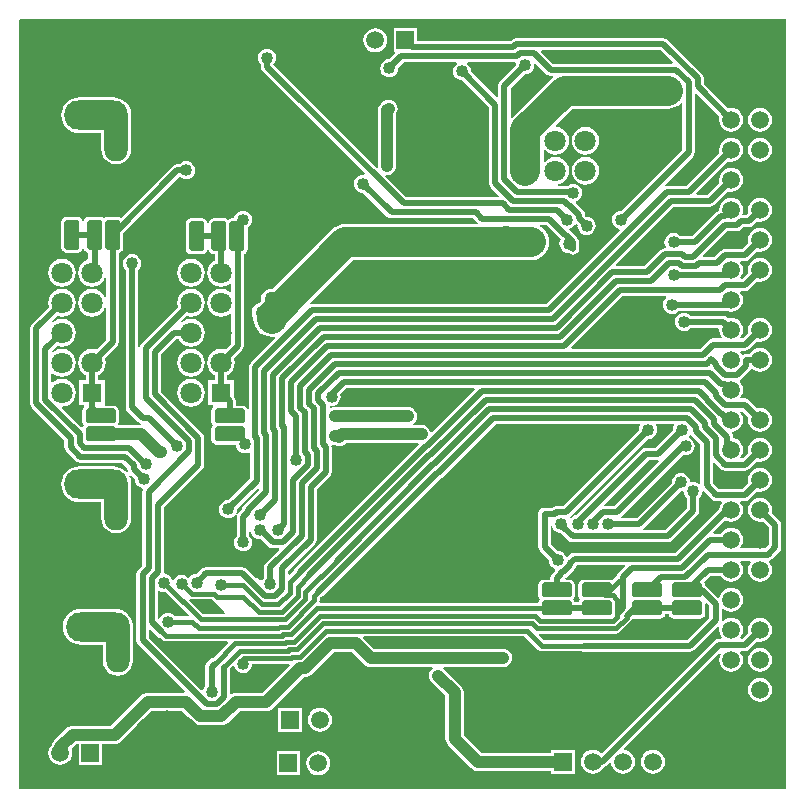
<source format=gbl>
%FSAX25Y25*%
%MOIN*%
G70*
G01*
G75*
G04 Layer_Physical_Order=2*
G04 Layer_Color=16711680*
%ADD10R,0.02756X0.03543*%
%ADD11R,0.08661X0.07874*%
%ADD12R,0.03543X0.02756*%
%ADD13R,0.08071X0.07480*%
%ADD14R,0.07284X0.04921*%
%ADD15R,0.11417X0.06102*%
G04:AMPARAMS|DCode=16|XSize=50mil|YSize=100mil|CornerRadius=6.25mil|HoleSize=0mil|Usage=FLASHONLY|Rotation=0.000|XOffset=0mil|YOffset=0mil|HoleType=Round|Shape=RoundedRectangle|*
%AMROUNDEDRECTD16*
21,1,0.05000,0.08750,0,0,0.0*
21,1,0.03750,0.10000,0,0,0.0*
1,1,0.01250,0.01875,-0.04375*
1,1,0.01250,-0.01875,-0.04375*
1,1,0.01250,-0.01875,0.04375*
1,1,0.01250,0.01875,0.04375*
%
%ADD16ROUNDEDRECTD16*%
%ADD17R,0.05118X0.04331*%
%ADD18R,0.04331X0.05118*%
%ADD19R,0.03937X0.09449*%
%ADD20R,0.12992X0.09449*%
%ADD21R,0.08268X0.12598*%
%ADD22R,0.08268X0.03543*%
%ADD23O,0.02756X0.10827*%
%ADD24R,0.05906X0.11811*%
%ADD25C,0.04000*%
%ADD26C,0.02000*%
%ADD27C,0.10000*%
%ADD28C,0.01500*%
%ADD29C,0.03500*%
%ADD30C,0.07087*%
%ADD31R,0.06394X0.06394*%
%ADD32C,0.05906*%
%ADD33R,0.05906X0.05906*%
%ADD34R,0.06394X0.06394*%
%ADD35O,0.07874X0.25590*%
G04:AMPARAMS|DCode=36|XSize=157.48mil|YSize=118.11mil|CornerRadius=29.53mil|HoleSize=0mil|Usage=FLASHONLY|Rotation=180.000|XOffset=0mil|YOffset=0mil|HoleType=Round|Shape=RoundedRectangle|*
%AMROUNDEDRECTD36*
21,1,0.15748,0.05906,0,0,180.0*
21,1,0.09843,0.11811,0,0,180.0*
1,1,0.05906,-0.04921,0.02953*
1,1,0.05906,0.04921,0.02953*
1,1,0.05906,0.04921,-0.02953*
1,1,0.05906,-0.04921,-0.02953*
%
%ADD36ROUNDEDRECTD36*%
%ADD37O,0.07874X0.19685*%
%ADD38O,0.21260X0.09843*%
G04:AMPARAMS|DCode=39|XSize=236.22mil|YSize=98.43mil|CornerRadius=24.61mil|HoleSize=0mil|Usage=FLASHONLY|Rotation=180.000|XOffset=0mil|YOffset=0mil|HoleType=Round|Shape=RoundedRectangle|*
%AMROUNDEDRECTD39*
21,1,0.23622,0.04921,0,0,180.0*
21,1,0.18701,0.09843,0,0,180.0*
1,1,0.04921,-0.09350,0.02461*
1,1,0.04921,0.09350,0.02461*
1,1,0.04921,0.09350,-0.02461*
1,1,0.04921,-0.09350,-0.02461*
%
%ADD39ROUNDEDRECTD39*%
%ADD40C,0.16000*%
%ADD41C,0.24410*%
%ADD42C,0.04000*%
%ADD43C,0.05000*%
%ADD44C,0.03200*%
G04:AMPARAMS|DCode=45|XSize=50mil|YSize=100mil|CornerRadius=6.25mil|HoleSize=0mil|Usage=FLASHONLY|Rotation=90.000|XOffset=0mil|YOffset=0mil|HoleType=Round|Shape=RoundedRectangle|*
%AMROUNDEDRECTD45*
21,1,0.05000,0.08750,0,0,90.0*
21,1,0.03750,0.10000,0,0,90.0*
1,1,0.01250,0.04375,0.01875*
1,1,0.01250,0.04375,-0.01875*
1,1,0.01250,-0.04375,-0.01875*
1,1,0.01250,-0.04375,0.01875*
%
%ADD45ROUNDEDRECTD45*%
G36*
X0341500Y0231000D02*
X0085783D01*
Y0487000D01*
X0085745Y0487038D01*
X0085936Y0487500D01*
X0341500D01*
Y0231000D01*
D02*
G37*
%LPC*%
G36*
X0100000Y0407583D02*
X0098814Y0407426D01*
X0097709Y0406969D01*
X0096760Y0406240D01*
X0096031Y0405291D01*
X0095574Y0404186D01*
X0095417Y0403000D01*
X0095574Y0401814D01*
X0096031Y0400709D01*
X0096760Y0399760D01*
X0097709Y0399031D01*
X0098814Y0398574D01*
X0100000Y0398417D01*
X0101186Y0398574D01*
X0102291Y0399031D01*
X0103240Y0399760D01*
X0103969Y0400709D01*
X0104426Y0401814D01*
X0104583Y0403000D01*
X0104426Y0404186D01*
X0103969Y0405291D01*
X0103240Y0406240D01*
X0102291Y0406969D01*
X0101186Y0407426D01*
X0100000Y0407583D01*
D02*
G37*
G36*
X0143000Y0377583D02*
X0141814Y0377426D01*
X0140709Y0376969D01*
X0139760Y0376240D01*
X0139031Y0375291D01*
X0138574Y0374186D01*
X0138417Y0373000D01*
X0138574Y0371814D01*
X0139031Y0370709D01*
X0139760Y0369760D01*
X0140709Y0369031D01*
X0141814Y0368574D01*
X0143000Y0368418D01*
X0144186Y0368574D01*
X0145291Y0369031D01*
X0146240Y0369760D01*
X0146969Y0370709D01*
X0147426Y0371814D01*
X0147582Y0373000D01*
X0147426Y0374186D01*
X0146969Y0375291D01*
X0146240Y0376240D01*
X0145291Y0376969D01*
X0144186Y0377426D01*
X0143000Y0377583D01*
D02*
G37*
G36*
Y0407583D02*
X0141814Y0407426D01*
X0140709Y0406969D01*
X0139760Y0406240D01*
X0139031Y0405291D01*
X0138574Y0404186D01*
X0138417Y0403000D01*
X0138574Y0401814D01*
X0139031Y0400709D01*
X0139760Y0399760D01*
X0140709Y0399031D01*
X0141814Y0398574D01*
X0143000Y0398417D01*
X0144186Y0398574D01*
X0145291Y0399031D01*
X0146240Y0399760D01*
X0146969Y0400709D01*
X0147426Y0401814D01*
X0147582Y0403000D01*
X0147426Y0404186D01*
X0146969Y0405291D01*
X0146240Y0406240D01*
X0145291Y0406969D01*
X0144186Y0407426D01*
X0143000Y0407583D01*
D02*
G37*
G36*
X0179953Y0257953D02*
X0172047D01*
Y0250047D01*
X0179953D01*
Y0257953D01*
D02*
G37*
G36*
X0117614Y0290950D02*
X0106197D01*
X0105036Y0290836D01*
X0103920Y0290497D01*
X0102891Y0289947D01*
X0101990Y0289207D01*
X0101250Y0288306D01*
X0100700Y0287277D01*
X0100361Y0286161D01*
X0100247Y0285000D01*
X0100361Y0283839D01*
X0100700Y0282723D01*
X0101250Y0281694D01*
X0101990Y0280793D01*
X0102891Y0280053D01*
X0103920Y0279503D01*
X0105036Y0279164D01*
X0106197Y0279050D01*
X0113619D01*
Y0273661D01*
X0113788Y0272373D01*
X0114286Y0271172D01*
X0115077Y0270140D01*
X0116109Y0269349D01*
X0117310Y0268851D01*
X0118598Y0268682D01*
X0119887Y0268851D01*
X0121088Y0269349D01*
X0122119Y0270140D01*
X0122911Y0271172D01*
X0123408Y0272373D01*
X0123578Y0273661D01*
Y0285472D01*
X0123408Y0286761D01*
X0122911Y0287962D01*
X0122119Y0288994D01*
X0121538Y0289440D01*
X0120920Y0289947D01*
X0119891Y0290497D01*
X0118775Y0290836D01*
X0117614Y0290950D01*
D02*
G37*
G36*
X0332685Y0277987D02*
X0331653Y0277851D01*
X0330692Y0277453D01*
X0329866Y0276819D01*
X0329232Y0275993D01*
X0328834Y0275032D01*
X0328698Y0274000D01*
X0328834Y0272968D01*
X0329232Y0272007D01*
X0329866Y0271181D01*
X0330692Y0270547D01*
X0331653Y0270149D01*
X0332685Y0270013D01*
X0333717Y0270149D01*
X0334679Y0270547D01*
X0335504Y0271181D01*
X0336138Y0272007D01*
X0336536Y0272968D01*
X0336672Y0274000D01*
X0336536Y0275032D01*
X0336138Y0275993D01*
X0335504Y0276819D01*
X0334679Y0277453D01*
X0333717Y0277851D01*
X0332685Y0277987D01*
D02*
G37*
G36*
Y0267987D02*
X0331653Y0267851D01*
X0330692Y0267453D01*
X0329866Y0266819D01*
X0329232Y0265993D01*
X0328834Y0265032D01*
X0328698Y0264000D01*
X0328834Y0262968D01*
X0329232Y0262007D01*
X0329866Y0261181D01*
X0330692Y0260547D01*
X0331653Y0260149D01*
X0332685Y0260013D01*
X0333717Y0260149D01*
X0334679Y0260547D01*
X0335504Y0261181D01*
X0336138Y0262007D01*
X0336536Y0262968D01*
X0336672Y0264000D01*
X0336536Y0265032D01*
X0336138Y0265993D01*
X0335504Y0266819D01*
X0334679Y0267453D01*
X0333717Y0267851D01*
X0332685Y0267987D01*
D02*
G37*
G36*
X0143000Y0367583D02*
X0141814Y0367426D01*
X0140709Y0366969D01*
X0139760Y0366240D01*
X0139031Y0365291D01*
X0138574Y0364186D01*
X0138417Y0363000D01*
X0138574Y0361814D01*
X0139031Y0360709D01*
X0139760Y0359760D01*
X0140709Y0359031D01*
X0141814Y0358574D01*
X0143000Y0358418D01*
X0144186Y0358574D01*
X0145291Y0359031D01*
X0146240Y0359760D01*
X0146969Y0360709D01*
X0147426Y0361814D01*
X0147582Y0363000D01*
X0147426Y0364186D01*
X0146969Y0365291D01*
X0146240Y0366240D01*
X0145291Y0366969D01*
X0144186Y0367426D01*
X0143000Y0367583D01*
D02*
G37*
G36*
X0117114Y0461450D02*
X0105697D01*
X0104536Y0461336D01*
X0103420Y0460997D01*
X0102391Y0460447D01*
X0101490Y0459707D01*
X0100750Y0458806D01*
X0100200Y0457777D01*
X0099861Y0456661D01*
X0099747Y0455500D01*
X0099861Y0454339D01*
X0100200Y0453223D01*
X0100750Y0452194D01*
X0101490Y0451293D01*
X0102391Y0450553D01*
X0103420Y0450003D01*
X0104536Y0449664D01*
X0105697Y0449550D01*
X0113119D01*
Y0444161D01*
X0113288Y0442873D01*
X0113786Y0441672D01*
X0114577Y0440640D01*
X0115609Y0439849D01*
X0116810Y0439352D01*
X0118098Y0439182D01*
X0119387Y0439352D01*
X0120588Y0439849D01*
X0121619Y0440640D01*
X0122411Y0441672D01*
X0122908Y0442873D01*
X0123078Y0444161D01*
Y0455972D01*
X0122908Y0457261D01*
X0122411Y0458462D01*
X0121619Y0459494D01*
X0121038Y0459940D01*
X0120420Y0460447D01*
X0119391Y0460997D01*
X0118275Y0461336D01*
X0117114Y0461450D01*
D02*
G37*
G36*
X0185500Y0243487D02*
X0184468Y0243351D01*
X0183507Y0242953D01*
X0182681Y0242319D01*
X0182047Y0241493D01*
X0181649Y0240532D01*
X0181513Y0239500D01*
X0181649Y0238468D01*
X0182047Y0237507D01*
X0182681Y0236681D01*
X0183507Y0236047D01*
X0184468Y0235649D01*
X0185500Y0235513D01*
X0186532Y0235649D01*
X0187493Y0236047D01*
X0188319Y0236681D01*
X0188953Y0237507D01*
X0189351Y0238468D01*
X0189487Y0239500D01*
X0189351Y0240532D01*
X0188953Y0241493D01*
X0188319Y0242319D01*
X0187493Y0242953D01*
X0186532Y0243351D01*
X0185500Y0243487D01*
D02*
G37*
G36*
X0179453Y0243453D02*
X0171547D01*
Y0235547D01*
X0179453D01*
Y0243453D01*
D02*
G37*
G36*
X0204500Y0484487D02*
X0203468Y0484351D01*
X0202507Y0483953D01*
X0201681Y0483319D01*
X0201047Y0482493D01*
X0200649Y0481532D01*
X0200513Y0480500D01*
X0200649Y0479468D01*
X0201047Y0478507D01*
X0201681Y0477681D01*
X0202507Y0477047D01*
X0203468Y0476649D01*
X0204500Y0476513D01*
X0205532Y0476649D01*
X0206493Y0477047D01*
X0207319Y0477681D01*
X0207953Y0478507D01*
X0208351Y0479468D01*
X0208487Y0480500D01*
X0208351Y0481532D01*
X0207953Y0482493D01*
X0207319Y0483319D01*
X0206493Y0483953D01*
X0205532Y0484351D01*
X0204500Y0484487D01*
D02*
G37*
G36*
X0218453Y0484453D02*
X0210547D01*
Y0476547D01*
X0210959D01*
X0211150Y0476085D01*
X0209248Y0474183D01*
X0209122Y0474199D01*
X0208339Y0474096D01*
X0207609Y0473794D01*
X0206982Y0473313D01*
X0206502Y0472686D01*
X0206199Y0471956D01*
X0206096Y0471173D01*
X0206199Y0470390D01*
X0206502Y0469660D01*
X0206982Y0469034D01*
X0207609Y0468553D01*
X0208339Y0468250D01*
X0209122Y0468147D01*
X0209905Y0468250D01*
X0210635Y0468553D01*
X0211262Y0469034D01*
X0211743Y0469660D01*
X0212045Y0470390D01*
X0212148Y0471173D01*
X0212132Y0471299D01*
X0213967Y0473134D01*
X0231471D01*
X0231641Y0472634D01*
X0231223Y0472313D01*
X0230742Y0471686D01*
X0230439Y0470956D01*
X0230336Y0470173D01*
X0230439Y0469390D01*
X0230742Y0468660D01*
X0231223Y0468034D01*
X0231849Y0467553D01*
X0232579Y0467250D01*
X0233362Y0467147D01*
X0233488Y0467164D01*
X0242461Y0458191D01*
Y0432858D01*
X0242616Y0432078D01*
X0243058Y0431416D01*
X0245800Y0428674D01*
X0245608Y0428212D01*
X0214707D01*
X0207687Y0435232D01*
X0207921Y0435705D01*
X0208362Y0435647D01*
X0209145Y0435750D01*
X0209875Y0436053D01*
X0210502Y0436534D01*
X0210983Y0437160D01*
X0211285Y0437890D01*
X0211388Y0438673D01*
Y0456037D01*
X0211483Y0456160D01*
X0211785Y0456890D01*
X0211797Y0456981D01*
X0211888Y0457673D01*
X0211785Y0458456D01*
X0211483Y0459186D01*
X0211002Y0459813D01*
X0210375Y0460294D01*
X0209645Y0460596D01*
X0208862Y0460699D01*
X0208170Y0460608D01*
X0208079Y0460596D01*
X0207349Y0460294D01*
X0206723Y0459813D01*
X0206223Y0459313D01*
X0205742Y0458686D01*
X0205653Y0458472D01*
X0205439Y0457956D01*
X0205336Y0457173D01*
Y0438673D01*
X0205395Y0438232D01*
X0204921Y0437998D01*
X0170495Y0472425D01*
X0170502Y0472534D01*
X0170983Y0473160D01*
X0171285Y0473890D01*
X0171388Y0474673D01*
X0171285Y0475456D01*
X0170983Y0476186D01*
X0170502Y0476813D01*
X0169875Y0477294D01*
X0169145Y0477596D01*
X0168362Y0477699D01*
X0167579Y0477596D01*
X0166849Y0477294D01*
X0166223Y0476813D01*
X0165742Y0476186D01*
X0165439Y0475456D01*
X0165336Y0474673D01*
X0165439Y0473890D01*
X0165742Y0473160D01*
X0166223Y0472534D01*
X0166323Y0472457D01*
Y0471673D01*
X0166478Y0470893D01*
X0166920Y0470231D01*
X0201037Y0436115D01*
X0200803Y0435641D01*
X0200362Y0435699D01*
X0199579Y0435596D01*
X0198849Y0435294D01*
X0198223Y0434813D01*
X0197742Y0434186D01*
X0197440Y0433456D01*
X0197336Y0432673D01*
X0197440Y0431890D01*
X0197742Y0431160D01*
X0198223Y0430534D01*
X0198849Y0430053D01*
X0199579Y0429750D01*
X0200362Y0429647D01*
X0200488Y0429664D01*
X0208420Y0421731D01*
X0209082Y0421289D01*
X0209862Y0421134D01*
X0237154D01*
X0238585Y0419702D01*
X0238382Y0419202D01*
X0194362D01*
X0193186Y0419086D01*
X0192055Y0418743D01*
X0191013Y0418186D01*
X0190099Y0417436D01*
X0170308Y0397645D01*
X0169862Y0397703D01*
X0168949Y0397583D01*
X0168097Y0397231D01*
X0167366Y0396670D01*
X0166805Y0395938D01*
X0166452Y0395087D01*
X0166332Y0394173D01*
X0166391Y0393728D01*
X0165603Y0392940D01*
X0165097Y0392730D01*
X0164366Y0392169D01*
X0163805Y0391438D01*
X0163452Y0390587D01*
X0163332Y0389673D01*
X0163452Y0388759D01*
X0163805Y0387908D01*
X0163833Y0387871D01*
Y0387673D01*
X0163949Y0386497D01*
X0164292Y0385366D01*
X0164849Y0384324D01*
X0165599Y0383410D01*
X0166513Y0382660D01*
X0167555Y0382103D01*
X0168686Y0381760D01*
X0169862Y0381644D01*
X0170999Y0381756D01*
X0171025Y0381731D01*
X0171107Y0381157D01*
X0162920Y0372971D01*
X0162478Y0372309D01*
X0162323Y0371529D01*
Y0357454D01*
X0161823Y0357405D01*
X0161768Y0357682D01*
X0161409Y0358220D01*
X0160871Y0358579D01*
X0160237Y0358705D01*
X0157902D01*
Y0360138D01*
X0157902Y0360138D01*
X0157746Y0360918D01*
X0157304Y0361580D01*
X0157304Y0361580D01*
X0157197Y0361687D01*
Y0367197D01*
X0155039D01*
Y0368927D01*
X0155291Y0369031D01*
X0156240Y0369760D01*
X0156969Y0370709D01*
X0157426Y0371814D01*
X0157582Y0373000D01*
X0157426Y0374186D01*
X0157322Y0374438D01*
X0159985Y0377101D01*
X0160427Y0377763D01*
X0160582Y0378543D01*
Y0409210D01*
X0160871Y0409268D01*
X0161409Y0409627D01*
X0161768Y0410164D01*
X0161894Y0410798D01*
Y0418067D01*
X0162502Y0418534D01*
X0162983Y0419160D01*
X0163285Y0419890D01*
X0163388Y0420673D01*
X0163285Y0421456D01*
X0162983Y0422186D01*
X0162502Y0422813D01*
X0161875Y0423294D01*
X0161145Y0423596D01*
X0160362Y0423699D01*
X0159579Y0423596D01*
X0158849Y0423294D01*
X0158223Y0422813D01*
X0157742Y0422186D01*
X0157439Y0421456D01*
X0157406Y0421205D01*
X0156487D01*
X0155853Y0421079D01*
X0155362Y0420751D01*
X0154871Y0421079D01*
X0154237Y0421205D01*
X0150487D01*
X0149853Y0421079D01*
X0149316Y0420720D01*
X0148957Y0420182D01*
X0148867Y0419733D01*
X0148357D01*
X0148268Y0420182D01*
X0147909Y0420720D01*
X0147371Y0421079D01*
X0146737Y0421205D01*
X0142987D01*
X0142353Y0421079D01*
X0141816Y0420720D01*
X0141457Y0420182D01*
X0141330Y0419548D01*
Y0410798D01*
X0141457Y0410164D01*
X0141816Y0409627D01*
X0142353Y0409268D01*
X0142987Y0409141D01*
X0146737D01*
X0147371Y0409268D01*
X0147909Y0409627D01*
X0148268Y0410164D01*
X0148357Y0410613D01*
X0148867D01*
X0148957Y0410164D01*
X0149316Y0409627D01*
X0149853Y0409268D01*
X0150487Y0409141D01*
X0150961D01*
Y0407073D01*
X0150709Y0406969D01*
X0149760Y0406240D01*
X0149031Y0405291D01*
X0148574Y0404186D01*
X0148417Y0403000D01*
X0148574Y0401814D01*
X0149031Y0400709D01*
X0149760Y0399760D01*
X0150709Y0399031D01*
X0151814Y0398574D01*
X0153000Y0398417D01*
X0154186Y0398574D01*
X0155291Y0399031D01*
X0156004Y0399578D01*
X0156504Y0399332D01*
Y0396668D01*
X0156004Y0396422D01*
X0155291Y0396969D01*
X0154186Y0397426D01*
X0153000Y0397583D01*
X0151814Y0397426D01*
X0150709Y0396969D01*
X0149760Y0396240D01*
X0149031Y0395291D01*
X0148574Y0394186D01*
X0148417Y0393000D01*
X0148574Y0391814D01*
X0149031Y0390709D01*
X0149760Y0389760D01*
X0150709Y0389031D01*
X0151814Y0388574D01*
X0153000Y0388418D01*
X0154186Y0388574D01*
X0155291Y0389031D01*
X0156004Y0389578D01*
X0156504Y0389332D01*
Y0379388D01*
X0154438Y0377322D01*
X0154186Y0377426D01*
X0153000Y0377583D01*
X0151814Y0377426D01*
X0150709Y0376969D01*
X0149760Y0376240D01*
X0149031Y0375291D01*
X0148574Y0374186D01*
X0148417Y0373000D01*
X0148574Y0371814D01*
X0149031Y0370709D01*
X0149760Y0369760D01*
X0150709Y0369031D01*
X0150961Y0368927D01*
Y0367197D01*
X0148803D01*
Y0358803D01*
X0150289D01*
X0150441Y0358303D01*
X0150316Y0358220D01*
X0149957Y0357682D01*
X0149830Y0357048D01*
Y0353298D01*
X0149957Y0352664D01*
X0150285Y0352173D01*
X0149957Y0351682D01*
X0149830Y0351048D01*
Y0347298D01*
X0149957Y0346664D01*
X0150316Y0346127D01*
X0150853Y0345767D01*
X0151487Y0345641D01*
X0157858D01*
X0157940Y0345020D01*
X0158242Y0344290D01*
X0158723Y0343664D01*
X0159349Y0343183D01*
X0160079Y0342880D01*
X0160862Y0342777D01*
X0161645Y0342880D01*
X0162323Y0343161D01*
X0162700Y0343023D01*
X0162823Y0342962D01*
Y0334518D01*
X0155488Y0327183D01*
X0155362Y0327199D01*
X0154579Y0327096D01*
X0153849Y0326794D01*
X0153223Y0326313D01*
X0152742Y0325686D01*
X0152439Y0324956D01*
X0152336Y0324173D01*
X0152439Y0323390D01*
X0152742Y0322660D01*
X0153223Y0322034D01*
X0153849Y0321553D01*
X0154579Y0321250D01*
X0155362Y0321147D01*
X0156145Y0321250D01*
X0156875Y0321553D01*
X0157502Y0322034D01*
X0157983Y0322660D01*
X0158285Y0323390D01*
X0158388Y0324173D01*
X0158372Y0324299D01*
X0165264Y0331191D01*
X0165743Y0331004D01*
X0165783Y0330635D01*
X0160420Y0325272D01*
X0159978Y0324610D01*
X0159870Y0324064D01*
X0158920Y0323115D01*
X0158478Y0322454D01*
X0158323Y0321673D01*
Y0315390D01*
X0158223Y0315313D01*
X0157742Y0314686D01*
X0157439Y0313956D01*
X0157336Y0313173D01*
X0157439Y0312390D01*
X0157742Y0311660D01*
X0158223Y0311034D01*
X0158849Y0310553D01*
X0159579Y0310250D01*
X0160362Y0310147D01*
X0161145Y0310250D01*
X0161875Y0310553D01*
X0162502Y0311034D01*
X0162983Y0311660D01*
X0163285Y0312390D01*
X0163388Y0313173D01*
X0163285Y0313956D01*
X0162983Y0314686D01*
X0162502Y0315313D01*
X0162401Y0315390D01*
Y0316646D01*
X0162901Y0316679D01*
X0162940Y0316390D01*
X0163242Y0315660D01*
X0163723Y0315034D01*
X0164349Y0314553D01*
X0165079Y0314250D01*
X0165862Y0314147D01*
X0166291Y0314204D01*
X0168763Y0311731D01*
X0169425Y0311289D01*
X0170205Y0311134D01*
X0172186D01*
X0172377Y0310672D01*
X0167920Y0306216D01*
X0167478Y0305554D01*
X0167323Y0304774D01*
Y0301390D01*
X0167223Y0301313D01*
X0166772Y0300726D01*
X0166635Y0300633D01*
X0166237Y0300554D01*
X0166082Y0300709D01*
X0165420Y0301151D01*
X0164640Y0301306D01*
X0164456D01*
X0161557Y0304206D01*
X0160895Y0304648D01*
X0160115Y0304803D01*
X0147953D01*
X0147172Y0304648D01*
X0146511Y0304206D01*
X0144988Y0302683D01*
X0144862Y0302699D01*
X0144079Y0302596D01*
X0143349Y0302294D01*
X0142723Y0301813D01*
X0142486Y0301504D01*
X0142025Y0301322D01*
X0141840Y0301437D01*
X0141375Y0301794D01*
X0140645Y0302096D01*
X0139862Y0302199D01*
X0139079Y0302096D01*
X0138349Y0301794D01*
X0137723Y0301313D01*
X0137242Y0300686D01*
X0137236Y0300673D01*
X0136695D01*
X0136483Y0301186D01*
X0136002Y0301813D01*
X0135375Y0302294D01*
X0134645Y0302596D01*
X0134275Y0302645D01*
X0133872Y0303180D01*
X0133902Y0303330D01*
Y0324586D01*
X0146804Y0337489D01*
X0147246Y0338150D01*
X0147401Y0338931D01*
Y0348073D01*
X0147401Y0348073D01*
X0147246Y0348853D01*
X0146804Y0349515D01*
X0132902Y0363417D01*
Y0375775D01*
X0138087Y0380961D01*
X0138927D01*
X0139031Y0380709D01*
X0139760Y0379760D01*
X0140709Y0379031D01*
X0141814Y0378574D01*
X0143000Y0378417D01*
X0144186Y0378574D01*
X0145291Y0379031D01*
X0146240Y0379760D01*
X0146969Y0380709D01*
X0147426Y0381814D01*
X0147582Y0383000D01*
X0147426Y0384186D01*
X0146969Y0385291D01*
X0146240Y0386240D01*
X0145291Y0386969D01*
X0144186Y0387426D01*
X0143000Y0387582D01*
X0141814Y0387426D01*
X0140709Y0386969D01*
X0140067Y0386476D01*
X0139737Y0386853D01*
X0141562Y0388678D01*
X0141814Y0388574D01*
X0143000Y0388418D01*
X0144186Y0388574D01*
X0145291Y0389031D01*
X0146240Y0389760D01*
X0146969Y0390709D01*
X0147426Y0391814D01*
X0147582Y0393000D01*
X0147426Y0394186D01*
X0146969Y0395291D01*
X0146240Y0396240D01*
X0145291Y0396969D01*
X0144186Y0397426D01*
X0143000Y0397583D01*
X0141814Y0397426D01*
X0140709Y0396969D01*
X0139760Y0396240D01*
X0139031Y0395291D01*
X0138574Y0394186D01*
X0138417Y0393000D01*
X0138574Y0391814D01*
X0138678Y0391562D01*
X0126420Y0379304D01*
X0125978Y0378643D01*
X0125901Y0378256D01*
X0125401Y0378306D01*
Y0403957D01*
X0125502Y0404034D01*
X0125983Y0404660D01*
X0126285Y0405390D01*
X0126388Y0406173D01*
X0126285Y0406956D01*
X0125983Y0407686D01*
X0125502Y0408313D01*
X0124875Y0408794D01*
X0124145Y0409096D01*
X0123362Y0409199D01*
X0122579Y0409096D01*
X0121849Y0408794D01*
X0121223Y0408313D01*
X0120742Y0407686D01*
X0120440Y0406956D01*
X0120336Y0406173D01*
X0120440Y0405390D01*
X0120742Y0404660D01*
X0121223Y0404034D01*
X0121323Y0403957D01*
Y0358173D01*
X0121478Y0357393D01*
X0121920Y0356731D01*
X0125420Y0353231D01*
X0126082Y0352789D01*
X0126375Y0352731D01*
X0126375D01*
X0126387Y0352729D01*
X0126411Y0352214D01*
X0126362Y0352199D01*
X0126279Y0352199D01*
X0118988D01*
X0118780Y0352587D01*
X0118775Y0352699D01*
X0118894Y0353298D01*
Y0357048D01*
X0118768Y0357682D01*
X0118409Y0358220D01*
X0117871Y0358579D01*
X0117237Y0358705D01*
X0114656D01*
X0114197Y0358803D01*
Y0367197D01*
X0112039D01*
Y0368927D01*
X0112291Y0369031D01*
X0113240Y0369760D01*
X0113969Y0370709D01*
X0114426Y0371814D01*
X0114583Y0373000D01*
X0114426Y0374186D01*
X0114322Y0374438D01*
X0118304Y0378420D01*
X0118746Y0379082D01*
X0118902Y0379862D01*
Y0409674D01*
X0119371Y0409767D01*
X0119909Y0410127D01*
X0120268Y0410664D01*
X0120394Y0411298D01*
Y0416321D01*
X0139114Y0435041D01*
X0139223Y0435034D01*
X0139849Y0434553D01*
X0140579Y0434250D01*
X0141362Y0434147D01*
X0142145Y0434250D01*
X0142875Y0434553D01*
X0143502Y0435034D01*
X0143983Y0435660D01*
X0144285Y0436390D01*
X0144388Y0437173D01*
X0144285Y0437956D01*
X0143983Y0438686D01*
X0143502Y0439313D01*
X0142875Y0439794D01*
X0142145Y0440096D01*
X0141362Y0440199D01*
X0140579Y0440096D01*
X0139849Y0439794D01*
X0139223Y0439313D01*
X0139146Y0439212D01*
X0138362D01*
X0137582Y0439057D01*
X0136920Y0438615D01*
X0119679Y0421374D01*
X0119371Y0421579D01*
X0118737Y0421705D01*
X0114987D01*
X0114353Y0421579D01*
X0113862Y0421251D01*
X0113371Y0421579D01*
X0112737Y0421705D01*
X0108987D01*
X0108353Y0421579D01*
X0107816Y0421220D01*
X0107457Y0420682D01*
X0107367Y0420233D01*
X0106857D01*
X0106768Y0420682D01*
X0106409Y0421220D01*
X0105871Y0421579D01*
X0105237Y0421705D01*
X0101487D01*
X0100853Y0421579D01*
X0100316Y0421220D01*
X0099957Y0420682D01*
X0099830Y0420048D01*
Y0411298D01*
X0099957Y0410664D01*
X0100316Y0410127D01*
X0100853Y0409767D01*
X0101487Y0409641D01*
X0105237D01*
X0105871Y0409767D01*
X0106409Y0410127D01*
X0106768Y0410664D01*
X0106857Y0411114D01*
X0107367D01*
X0107457Y0410664D01*
X0107816Y0410127D01*
X0108353Y0409767D01*
X0108823Y0409674D01*
Y0407428D01*
X0108814Y0407426D01*
X0107709Y0406969D01*
X0106760Y0406240D01*
X0106031Y0405291D01*
X0105574Y0404186D01*
X0105418Y0403000D01*
X0105574Y0401814D01*
X0106031Y0400709D01*
X0106760Y0399760D01*
X0107709Y0399031D01*
X0108814Y0398574D01*
X0110000Y0398417D01*
X0111186Y0398574D01*
X0112291Y0399031D01*
X0113240Y0399760D01*
X0113969Y0400709D01*
X0114323Y0401565D01*
X0114823Y0401465D01*
Y0394535D01*
X0114323Y0394435D01*
X0113969Y0395291D01*
X0113240Y0396240D01*
X0112291Y0396969D01*
X0111186Y0397426D01*
X0110000Y0397583D01*
X0108814Y0397426D01*
X0107709Y0396969D01*
X0106760Y0396240D01*
X0106031Y0395291D01*
X0105574Y0394186D01*
X0105418Y0393000D01*
X0105574Y0391814D01*
X0106031Y0390709D01*
X0106760Y0389760D01*
X0107709Y0389031D01*
X0108814Y0388574D01*
X0110000Y0388418D01*
X0111186Y0388574D01*
X0112291Y0389031D01*
X0113240Y0389760D01*
X0113969Y0390709D01*
X0114323Y0391565D01*
X0114823Y0391465D01*
Y0380707D01*
X0111438Y0377322D01*
X0111186Y0377426D01*
X0110000Y0377583D01*
X0108814Y0377426D01*
X0107709Y0376969D01*
X0106760Y0376240D01*
X0106031Y0375291D01*
X0105574Y0374186D01*
X0105418Y0373000D01*
X0105574Y0371814D01*
X0106031Y0370709D01*
X0106760Y0369760D01*
X0107709Y0369031D01*
X0107961Y0368927D01*
Y0367197D01*
X0105803D01*
Y0358803D01*
X0107289D01*
X0107440Y0358303D01*
X0107316Y0358220D01*
X0106957Y0357682D01*
X0106830Y0357048D01*
Y0353298D01*
X0106957Y0352664D01*
X0107285Y0352173D01*
X0107002Y0351750D01*
X0106479Y0351565D01*
X0100116Y0357928D01*
X0100295Y0358456D01*
X0101186Y0358574D01*
X0102291Y0359031D01*
X0103240Y0359760D01*
X0103969Y0360709D01*
X0104426Y0361814D01*
X0104583Y0363000D01*
X0104426Y0364186D01*
X0103969Y0365291D01*
X0103240Y0366240D01*
X0102291Y0366969D01*
X0101186Y0367426D01*
X0100000Y0367583D01*
X0098814Y0367426D01*
X0097709Y0366969D01*
X0096996Y0366422D01*
X0096496Y0366668D01*
Y0369332D01*
X0096996Y0369578D01*
X0097709Y0369031D01*
X0098814Y0368574D01*
X0100000Y0368418D01*
X0101186Y0368574D01*
X0102291Y0369031D01*
X0103240Y0369760D01*
X0103969Y0370709D01*
X0104426Y0371814D01*
X0104583Y0373000D01*
X0104426Y0374186D01*
X0103969Y0375291D01*
X0103240Y0376240D01*
X0102291Y0376969D01*
X0101186Y0377426D01*
X0100000Y0377583D01*
X0098814Y0377426D01*
X0097709Y0376969D01*
X0097067Y0376476D01*
X0096737Y0376853D01*
X0098562Y0378678D01*
X0098814Y0378574D01*
X0100000Y0378417D01*
X0101186Y0378574D01*
X0102291Y0379031D01*
X0103240Y0379760D01*
X0103969Y0380709D01*
X0104426Y0381814D01*
X0104583Y0383000D01*
X0104426Y0384186D01*
X0103969Y0385291D01*
X0103240Y0386240D01*
X0102291Y0386969D01*
X0101186Y0387426D01*
X0100000Y0387582D01*
X0098814Y0387426D01*
X0097709Y0386969D01*
X0097067Y0386476D01*
X0096737Y0386853D01*
X0098562Y0388678D01*
X0098814Y0388574D01*
X0100000Y0388418D01*
X0101186Y0388574D01*
X0102291Y0389031D01*
X0103240Y0389760D01*
X0103969Y0390709D01*
X0104426Y0391814D01*
X0104583Y0393000D01*
X0104426Y0394186D01*
X0103969Y0395291D01*
X0103240Y0396240D01*
X0102291Y0396969D01*
X0101186Y0397426D01*
X0100000Y0397583D01*
X0098814Y0397426D01*
X0097709Y0396969D01*
X0096760Y0396240D01*
X0096031Y0395291D01*
X0095574Y0394186D01*
X0095417Y0393000D01*
X0095574Y0391814D01*
X0095678Y0391562D01*
X0090015Y0385899D01*
X0089573Y0385237D01*
X0089417Y0384457D01*
Y0359461D01*
X0089573Y0358681D01*
X0090015Y0358019D01*
X0100823Y0347211D01*
Y0344968D01*
X0100978Y0344188D01*
X0101420Y0343526D01*
X0104715Y0340231D01*
X0104715Y0340231D01*
X0105112Y0339966D01*
X0105377Y0339789D01*
X0106157Y0339634D01*
X0120118D01*
X0121823Y0337929D01*
Y0337516D01*
X0121959Y0336831D01*
X0121948Y0336819D01*
X0121568Y0336561D01*
X0121544Y0336551D01*
X0121038Y0336940D01*
X0120420Y0337447D01*
X0119391Y0337997D01*
X0118275Y0338336D01*
X0117114Y0338450D01*
X0105697D01*
X0104536Y0338336D01*
X0103420Y0337997D01*
X0102391Y0337447D01*
X0101490Y0336707D01*
X0100750Y0335806D01*
X0100200Y0334777D01*
X0099861Y0333661D01*
X0099747Y0332500D01*
X0099861Y0331339D01*
X0100200Y0330223D01*
X0100750Y0329194D01*
X0101490Y0328293D01*
X0102391Y0327553D01*
X0103420Y0327003D01*
X0104536Y0326664D01*
X0105697Y0326550D01*
X0113119D01*
Y0321161D01*
X0113288Y0319873D01*
X0113786Y0318672D01*
X0114577Y0317640D01*
X0115609Y0316849D01*
X0116810Y0316352D01*
X0118098Y0316182D01*
X0119387Y0316352D01*
X0120588Y0316849D01*
X0121619Y0317640D01*
X0122411Y0318672D01*
X0122908Y0319873D01*
X0123078Y0321161D01*
Y0332972D01*
X0122908Y0334261D01*
X0122471Y0335316D01*
X0122895Y0335600D01*
X0124339Y0334156D01*
X0124440Y0333390D01*
X0124742Y0332660D01*
X0125223Y0332034D01*
X0125849Y0331553D01*
X0126579Y0331250D01*
X0126767Y0331226D01*
X0126958Y0330696D01*
X0126823Y0330016D01*
Y0305417D01*
X0125420Y0304015D01*
X0124978Y0303353D01*
X0124823Y0302573D01*
Y0280516D01*
X0124978Y0279736D01*
X0125420Y0279075D01*
X0140937Y0263557D01*
X0140730Y0263057D01*
X0128651D01*
X0127868Y0262954D01*
X0127138Y0262652D01*
X0126511Y0262171D01*
X0126511Y0262171D01*
X0116319Y0251979D01*
X0103547D01*
X0102764Y0251876D01*
X0102248Y0251662D01*
X0102034Y0251573D01*
X0101408Y0251092D01*
X0097360Y0247045D01*
X0096880Y0246418D01*
X0096791Y0246205D01*
X0096577Y0245689D01*
X0096576Y0245683D01*
X0096047Y0244993D01*
X0095649Y0244032D01*
X0095513Y0243000D01*
X0095649Y0241968D01*
X0096047Y0241007D01*
X0096681Y0240181D01*
X0097507Y0239547D01*
X0098468Y0239149D01*
X0099500Y0239013D01*
X0100532Y0239149D01*
X0101493Y0239547D01*
X0102319Y0240181D01*
X0102953Y0241007D01*
X0103351Y0241968D01*
X0103487Y0243000D01*
X0103351Y0244032D01*
X0103221Y0244347D01*
X0104801Y0245927D01*
X0105547D01*
Y0239047D01*
X0113453D01*
Y0245927D01*
X0117572D01*
X0118355Y0246030D01*
X0119085Y0246332D01*
X0119712Y0246813D01*
X0129904Y0257006D01*
X0139994D01*
X0143965Y0253034D01*
X0144592Y0252553D01*
X0144806Y0252464D01*
X0145322Y0252250D01*
X0146105Y0252147D01*
X0153176D01*
X0153959Y0252250D01*
X0154475Y0252464D01*
X0154689Y0252553D01*
X0155316Y0253034D01*
X0159209Y0256927D01*
X0168142D01*
X0168925Y0257030D01*
X0169655Y0257332D01*
X0170281Y0257813D01*
X0180616Y0268147D01*
X0180960D01*
X0181743Y0268250D01*
X0182259Y0268464D01*
X0182473Y0268553D01*
X0183100Y0269034D01*
X0190714Y0276647D01*
X0196609D01*
X0200723Y0272534D01*
X0201349Y0272053D01*
X0201714Y0271902D01*
X0202079Y0271750D01*
X0202170Y0271739D01*
X0202862Y0271647D01*
X0202862Y0271647D01*
X0223489D01*
X0223659Y0271147D01*
X0223223Y0270813D01*
X0222742Y0270186D01*
X0222440Y0269456D01*
X0222336Y0268673D01*
X0222440Y0267890D01*
X0222742Y0267160D01*
X0223223Y0266534D01*
X0227836Y0261920D01*
Y0247673D01*
X0227940Y0246890D01*
X0228242Y0246160D01*
X0228723Y0245534D01*
X0236396Y0237860D01*
X0236396Y0237860D01*
X0236877Y0237491D01*
X0237023Y0237380D01*
X0237450Y0237202D01*
X0237752Y0237077D01*
X0237843Y0237065D01*
X0238535Y0236974D01*
X0238536Y0236974D01*
X0263047D01*
Y0236047D01*
X0270953D01*
Y0243953D01*
X0263047D01*
Y0243026D01*
X0239789D01*
X0233888Y0248927D01*
Y0263173D01*
X0233785Y0263956D01*
X0233483Y0264686D01*
X0233274Y0264958D01*
X0233002Y0265313D01*
X0233002Y0265313D01*
X0227502Y0270813D01*
X0227066Y0271147D01*
X0227236Y0271647D01*
X0247019D01*
X0247802Y0271750D01*
X0248532Y0272053D01*
X0249159Y0272534D01*
X0249640Y0273160D01*
X0249942Y0273890D01*
X0250045Y0274673D01*
X0249942Y0275456D01*
X0249640Y0276186D01*
X0249159Y0276813D01*
X0248532Y0277294D01*
X0247802Y0277596D01*
X0247019Y0277699D01*
X0204116D01*
X0200426Y0281389D01*
X0200633Y0281889D01*
X0254123D01*
X0258601Y0277412D01*
X0258601Y0277412D01*
X0258890Y0277218D01*
X0259179Y0277025D01*
X0259862Y0276889D01*
X0259862Y0276889D01*
X0272933D01*
X0273082Y0276789D01*
X0273862Y0276634D01*
X0309362D01*
X0310143Y0276789D01*
X0310804Y0277231D01*
X0318724Y0285151D01*
X0319170Y0284890D01*
X0319053Y0284000D01*
X0319188Y0282968D01*
X0319587Y0282007D01*
X0319982Y0281492D01*
X0319735Y0280992D01*
X0318949D01*
X0318949Y0280992D01*
X0318168Y0280837D01*
X0317507Y0280395D01*
X0317507Y0280395D01*
X0279924Y0242812D01*
X0279819Y0242819D01*
X0278993Y0243453D01*
X0278032Y0243851D01*
X0277000Y0243987D01*
X0275968Y0243851D01*
X0275007Y0243453D01*
X0274181Y0242819D01*
X0273547Y0241993D01*
X0273149Y0241032D01*
X0273013Y0240000D01*
X0273149Y0238968D01*
X0273547Y0238007D01*
X0274181Y0237181D01*
X0275007Y0236547D01*
X0275968Y0236149D01*
X0277000Y0236013D01*
X0278032Y0236149D01*
X0278993Y0236547D01*
X0279819Y0237181D01*
X0280453Y0238007D01*
X0280473Y0238056D01*
X0280776Y0238116D01*
X0281438Y0238558D01*
X0282552Y0239672D01*
X0283080Y0239493D01*
X0283149Y0238968D01*
X0283547Y0238007D01*
X0284181Y0237181D01*
X0285007Y0236547D01*
X0285968Y0236149D01*
X0287000Y0236013D01*
X0288032Y0236149D01*
X0288993Y0236547D01*
X0289819Y0237181D01*
X0290453Y0238007D01*
X0290851Y0238968D01*
X0290987Y0240000D01*
X0290851Y0241032D01*
X0290453Y0241993D01*
X0289819Y0242819D01*
X0288993Y0243453D01*
X0288032Y0243851D01*
X0287507Y0243920D01*
X0287328Y0244448D01*
X0319232Y0276352D01*
X0319608Y0276022D01*
X0319587Y0275993D01*
X0319188Y0275032D01*
X0319053Y0274000D01*
X0319188Y0272968D01*
X0319587Y0272007D01*
X0320220Y0271181D01*
X0321046Y0270547D01*
X0322008Y0270149D01*
X0323039Y0270013D01*
X0324071Y0270149D01*
X0325033Y0270547D01*
X0325859Y0271181D01*
X0326492Y0272007D01*
X0326890Y0272968D01*
X0327026Y0274000D01*
X0326890Y0275032D01*
X0326492Y0275993D01*
X0326170Y0276414D01*
X0326416Y0276914D01*
X0327638D01*
X0328418Y0277069D01*
X0329080Y0277511D01*
X0331710Y0280141D01*
X0332685Y0280013D01*
X0333717Y0280149D01*
X0334679Y0280547D01*
X0335504Y0281181D01*
X0336138Y0282007D01*
X0336536Y0282968D01*
X0336672Y0284000D01*
X0336536Y0285032D01*
X0336138Y0285993D01*
X0335504Y0286819D01*
X0334679Y0287453D01*
X0333717Y0287851D01*
X0332685Y0287987D01*
X0331653Y0287851D01*
X0330692Y0287453D01*
X0329866Y0286819D01*
X0329232Y0285993D01*
X0328834Y0285032D01*
X0328698Y0284000D01*
X0328827Y0283025D01*
X0326806Y0281005D01*
X0326316Y0281048D01*
X0326097Y0281492D01*
X0326492Y0282007D01*
X0326890Y0282968D01*
X0327026Y0284000D01*
X0326890Y0285032D01*
X0326492Y0285993D01*
X0325859Y0286819D01*
X0325033Y0287453D01*
X0324071Y0287851D01*
X0323039Y0287987D01*
X0322008Y0287851D01*
X0321046Y0287453D01*
X0320363Y0286928D01*
X0319949Y0287148D01*
X0319901Y0287191D01*
Y0290809D01*
X0320402Y0291042D01*
X0321046Y0290547D01*
X0322008Y0290149D01*
X0323039Y0290013D01*
X0324071Y0290149D01*
X0325033Y0290547D01*
X0325859Y0291181D01*
X0326492Y0292007D01*
X0326890Y0292968D01*
X0327026Y0294000D01*
X0326890Y0295032D01*
X0326492Y0295993D01*
X0325859Y0296819D01*
X0325033Y0297453D01*
X0324071Y0297851D01*
X0323039Y0297987D01*
X0322008Y0297851D01*
X0321046Y0297453D01*
X0320220Y0296819D01*
X0319587Y0295993D01*
X0319188Y0295032D01*
X0319169Y0294884D01*
X0318696Y0294724D01*
X0314804Y0298615D01*
X0314394Y0298889D01*
Y0299048D01*
X0314268Y0299682D01*
X0314063Y0299990D01*
X0316034Y0301961D01*
X0319622D01*
X0320220Y0301181D01*
X0321046Y0300547D01*
X0322008Y0300149D01*
X0323039Y0300013D01*
X0324071Y0300149D01*
X0325033Y0300547D01*
X0325859Y0301181D01*
X0326492Y0302007D01*
X0326890Y0302968D01*
X0327026Y0304000D01*
X0326890Y0305032D01*
X0326492Y0305993D01*
X0326097Y0306508D01*
X0326344Y0307008D01*
X0329381D01*
X0329627Y0306508D01*
X0329232Y0305993D01*
X0328834Y0305032D01*
X0328698Y0304000D01*
X0328834Y0302968D01*
X0329232Y0302007D01*
X0329866Y0301181D01*
X0330692Y0300547D01*
X0331653Y0300149D01*
X0332685Y0300013D01*
X0333717Y0300149D01*
X0334679Y0300547D01*
X0335504Y0301181D01*
X0336138Y0302007D01*
X0336536Y0302968D01*
X0336672Y0304000D01*
X0336536Y0305032D01*
X0336138Y0305993D01*
X0335682Y0306587D01*
X0335879Y0307136D01*
X0336017Y0307163D01*
X0336678Y0307605D01*
X0339080Y0310007D01*
X0339522Y0310668D01*
X0339677Y0311449D01*
Y0319047D01*
X0339522Y0319828D01*
X0339080Y0320489D01*
X0336544Y0323025D01*
X0336672Y0324000D01*
X0336536Y0325032D01*
X0336138Y0325993D01*
X0335504Y0326819D01*
X0334679Y0327453D01*
X0333717Y0327851D01*
X0332685Y0327987D01*
X0331653Y0327851D01*
X0330692Y0327453D01*
X0329866Y0326819D01*
X0329232Y0325993D01*
X0328834Y0325032D01*
X0328698Y0324000D01*
X0328834Y0322968D01*
X0329232Y0322007D01*
X0329866Y0321181D01*
X0330692Y0320547D01*
X0331653Y0320149D01*
X0332685Y0320013D01*
X0333660Y0320142D01*
X0335599Y0318203D01*
Y0312294D01*
X0334392Y0311086D01*
X0326416D01*
X0326170Y0311586D01*
X0326492Y0312007D01*
X0326890Y0312968D01*
X0327026Y0314000D01*
X0326890Y0315032D01*
X0326492Y0315993D01*
X0325859Y0316819D01*
X0325033Y0317453D01*
X0324071Y0317851D01*
X0323039Y0317987D01*
X0322008Y0317851D01*
X0321046Y0317453D01*
X0320220Y0316819D01*
X0319622Y0316039D01*
X0317265D01*
X0317074Y0316501D01*
X0321098Y0320526D01*
X0322008Y0320149D01*
X0323039Y0320013D01*
X0324071Y0320149D01*
X0325033Y0320547D01*
X0325859Y0321181D01*
X0326492Y0322007D01*
X0326890Y0322968D01*
X0327026Y0324000D01*
X0326890Y0325032D01*
X0326492Y0325993D01*
X0326170Y0326414D01*
X0326416Y0326914D01*
X0327638D01*
X0328418Y0327069D01*
X0329080Y0327511D01*
X0331710Y0330141D01*
X0332685Y0330013D01*
X0333717Y0330149D01*
X0334679Y0330547D01*
X0335504Y0331181D01*
X0336138Y0332007D01*
X0336536Y0332968D01*
X0336672Y0334000D01*
X0336536Y0335032D01*
X0336138Y0335993D01*
X0335504Y0336819D01*
X0334679Y0337453D01*
X0333717Y0337851D01*
X0332685Y0337987D01*
X0331653Y0337851D01*
X0330692Y0337453D01*
X0329866Y0336819D01*
X0329232Y0335993D01*
X0328834Y0335032D01*
X0328698Y0334000D01*
X0328827Y0333025D01*
X0326793Y0330992D01*
X0318927D01*
X0316901Y0333018D01*
Y0339597D01*
X0317363Y0339788D01*
X0319546Y0337605D01*
X0319546Y0337605D01*
X0319943Y0337340D01*
X0320208Y0337163D01*
X0320988Y0337008D01*
X0327732D01*
X0328513Y0337163D01*
X0329174Y0337605D01*
X0331710Y0340142D01*
X0332685Y0340013D01*
X0333717Y0340149D01*
X0334679Y0340547D01*
X0335504Y0341181D01*
X0336138Y0342007D01*
X0336536Y0342968D01*
X0336672Y0344000D01*
X0336536Y0345032D01*
X0336138Y0345993D01*
X0335504Y0346819D01*
X0334679Y0347453D01*
X0333717Y0347851D01*
X0332685Y0347987D01*
X0331653Y0347851D01*
X0330692Y0347453D01*
X0329866Y0346819D01*
X0329232Y0345993D01*
X0328834Y0345032D01*
X0328698Y0344000D01*
X0328827Y0343025D01*
X0326888Y0341086D01*
X0326416D01*
X0326170Y0341586D01*
X0326492Y0342007D01*
X0326890Y0342968D01*
X0327026Y0344000D01*
X0326890Y0345032D01*
X0326492Y0345993D01*
X0325859Y0346819D01*
X0325033Y0347453D01*
X0324071Y0347851D01*
X0323762Y0347892D01*
Y0348313D01*
X0323606Y0349093D01*
X0323305Y0349544D01*
X0323508Y0350058D01*
X0323531Y0350078D01*
X0324071Y0350149D01*
X0325033Y0350547D01*
X0325859Y0351181D01*
X0326492Y0352007D01*
X0326890Y0352968D01*
X0327026Y0354000D01*
X0326890Y0355032D01*
X0326492Y0355993D01*
X0326097Y0356508D01*
X0326316Y0356952D01*
X0326806Y0356995D01*
X0328827Y0354975D01*
X0328698Y0354000D01*
X0328834Y0352968D01*
X0329232Y0352007D01*
X0329866Y0351181D01*
X0330692Y0350547D01*
X0331653Y0350149D01*
X0332685Y0350013D01*
X0333717Y0350149D01*
X0334679Y0350547D01*
X0335504Y0351181D01*
X0336138Y0352007D01*
X0336536Y0352968D01*
X0336672Y0354000D01*
X0336536Y0355032D01*
X0336138Y0355993D01*
X0335504Y0356819D01*
X0334679Y0357453D01*
X0333717Y0357851D01*
X0332685Y0357987D01*
X0331710Y0357858D01*
X0329080Y0360489D01*
X0328418Y0360931D01*
X0327638Y0361086D01*
X0326416D01*
X0326170Y0361586D01*
X0326492Y0362007D01*
X0326890Y0362968D01*
X0327026Y0364000D01*
X0326890Y0365032D01*
X0326492Y0365993D01*
X0325970Y0366674D01*
X0325952Y0366763D01*
X0326003Y0367152D01*
X0326064Y0367292D01*
X0326533Y0367605D01*
X0329434Y0370507D01*
X0329600Y0370755D01*
X0330276Y0370866D01*
X0330692Y0370547D01*
X0331653Y0370149D01*
X0332685Y0370013D01*
X0333717Y0370149D01*
X0334679Y0370547D01*
X0335504Y0371181D01*
X0336138Y0372007D01*
X0336536Y0372968D01*
X0336672Y0374000D01*
X0336536Y0375032D01*
X0336138Y0375993D01*
X0335504Y0376819D01*
X0334679Y0377453D01*
X0333717Y0377851D01*
X0332685Y0377987D01*
X0331653Y0377851D01*
X0330692Y0377453D01*
X0329866Y0376819D01*
X0329268Y0376039D01*
X0327992D01*
X0327212Y0375884D01*
X0327011Y0375750D01*
X0326533Y0375895D01*
X0326492Y0375993D01*
X0326097Y0376508D01*
X0326344Y0377008D01*
X0327732D01*
X0328513Y0377163D01*
X0329174Y0377605D01*
X0331710Y0380141D01*
X0332685Y0380013D01*
X0333717Y0380149D01*
X0334679Y0380547D01*
X0335504Y0381181D01*
X0336138Y0382007D01*
X0336536Y0382968D01*
X0336672Y0384000D01*
X0336536Y0385032D01*
X0336138Y0385993D01*
X0335504Y0386819D01*
X0334679Y0387453D01*
X0333717Y0387851D01*
X0332685Y0387987D01*
X0331653Y0387851D01*
X0330692Y0387453D01*
X0329866Y0386819D01*
X0329232Y0385993D01*
X0328834Y0385032D01*
X0328698Y0384000D01*
X0328827Y0383025D01*
X0326888Y0381086D01*
X0326416D01*
X0326170Y0381586D01*
X0326492Y0382007D01*
X0326890Y0382968D01*
X0327026Y0384000D01*
X0326890Y0385032D01*
X0326492Y0385993D01*
X0325859Y0386819D01*
X0325033Y0387453D01*
X0324071Y0387851D01*
X0323039Y0387987D01*
X0322065Y0387859D01*
X0321808Y0388115D01*
X0321147Y0388557D01*
X0320366Y0388712D01*
X0309579D01*
X0309502Y0388813D01*
X0308875Y0389294D01*
X0308145Y0389596D01*
X0307362Y0389699D01*
X0306579Y0389596D01*
X0305849Y0389294D01*
X0305223Y0388813D01*
X0304742Y0388186D01*
X0304439Y0387456D01*
X0304336Y0386673D01*
X0304439Y0385890D01*
X0304742Y0385160D01*
X0305223Y0384534D01*
X0305849Y0384053D01*
X0306579Y0383750D01*
X0307362Y0383647D01*
X0308145Y0383750D01*
X0308875Y0384053D01*
X0309502Y0384534D01*
X0309579Y0384634D01*
X0318757D01*
X0319087Y0384258D01*
X0319053Y0384000D01*
X0319188Y0382968D01*
X0319587Y0382007D01*
X0319909Y0381586D01*
X0319662Y0381086D01*
X0316988D01*
X0316208Y0380931D01*
X0315943Y0380754D01*
X0315546Y0380489D01*
X0315546Y0380489D01*
X0312770Y0377712D01*
X0269939D01*
X0269747Y0378174D01*
X0286707Y0395134D01*
X0301263D01*
X0301433Y0394634D01*
X0301223Y0394473D01*
X0300742Y0393846D01*
X0300440Y0393116D01*
X0300336Y0392333D01*
X0300440Y0391550D01*
X0300742Y0390820D01*
X0301223Y0390194D01*
X0301849Y0389713D01*
X0302579Y0389410D01*
X0303362Y0389307D01*
X0304145Y0389410D01*
X0304875Y0389713D01*
X0305502Y0390194D01*
X0305579Y0390294D01*
X0321373D01*
X0321565Y0390332D01*
X0322008Y0390149D01*
X0323039Y0390013D01*
X0324071Y0390149D01*
X0325033Y0390547D01*
X0325859Y0391181D01*
X0326492Y0392007D01*
X0326890Y0392968D01*
X0327026Y0394000D01*
X0326890Y0395032D01*
X0326492Y0395993D01*
X0326170Y0396414D01*
X0326416Y0396914D01*
X0327638D01*
X0328418Y0397069D01*
X0329080Y0397511D01*
X0331710Y0400141D01*
X0332685Y0400013D01*
X0333717Y0400149D01*
X0334679Y0400547D01*
X0335504Y0401181D01*
X0336138Y0402007D01*
X0336536Y0402968D01*
X0336672Y0404000D01*
X0336536Y0405032D01*
X0336138Y0405993D01*
X0335504Y0406819D01*
X0334679Y0407453D01*
X0333717Y0407851D01*
X0332685Y0407987D01*
X0331653Y0407851D01*
X0330692Y0407453D01*
X0329866Y0406819D01*
X0329232Y0405993D01*
X0328834Y0405032D01*
X0328698Y0404000D01*
X0328827Y0403025D01*
X0326806Y0401005D01*
X0326316Y0401048D01*
X0326097Y0401492D01*
X0326492Y0402007D01*
X0326890Y0402968D01*
X0327026Y0404000D01*
X0326890Y0405032D01*
X0326492Y0405993D01*
X0326170Y0406414D01*
X0326416Y0406914D01*
X0327638D01*
X0328418Y0407069D01*
X0329080Y0407511D01*
X0331710Y0410142D01*
X0332685Y0410013D01*
X0333717Y0410149D01*
X0334679Y0410547D01*
X0335504Y0411181D01*
X0336138Y0412007D01*
X0336536Y0412968D01*
X0336672Y0414000D01*
X0336536Y0415032D01*
X0336138Y0415993D01*
X0335504Y0416819D01*
X0334679Y0417453D01*
X0333717Y0417851D01*
X0332685Y0417987D01*
X0331653Y0417851D01*
X0330692Y0417453D01*
X0329866Y0416819D01*
X0329232Y0415993D01*
X0328834Y0415032D01*
X0328698Y0414000D01*
X0328827Y0413025D01*
X0326793Y0410992D01*
X0320988D01*
X0320208Y0410837D01*
X0319943Y0410660D01*
X0319546Y0410395D01*
X0319546Y0410395D01*
X0317357Y0408206D01*
X0313778D01*
X0313587Y0408668D01*
X0321833Y0416914D01*
X0324996D01*
X0325777Y0417069D01*
X0326438Y0417511D01*
X0327064Y0418136D01*
X0328860D01*
X0329641Y0418291D01*
X0330302Y0418733D01*
X0331710Y0420142D01*
X0332685Y0420013D01*
X0333717Y0420149D01*
X0334679Y0420547D01*
X0335504Y0421181D01*
X0336138Y0422007D01*
X0336536Y0422968D01*
X0336672Y0424000D01*
X0336536Y0425032D01*
X0336138Y0425993D01*
X0335504Y0426819D01*
X0334679Y0427453D01*
X0333717Y0427851D01*
X0332685Y0427987D01*
X0331653Y0427851D01*
X0330692Y0427453D01*
X0329866Y0426819D01*
X0329232Y0425993D01*
X0328834Y0425032D01*
X0328698Y0424000D01*
X0328827Y0423025D01*
X0328016Y0422214D01*
X0327028D01*
X0326750Y0422630D01*
X0326890Y0422968D01*
X0327026Y0424000D01*
X0326890Y0425032D01*
X0326492Y0425993D01*
X0325859Y0426819D01*
X0325033Y0427453D01*
X0324071Y0427851D01*
X0323039Y0427987D01*
X0322008Y0427851D01*
X0321046Y0427453D01*
X0320220Y0426819D01*
X0319587Y0425993D01*
X0319188Y0425032D01*
X0319053Y0424000D01*
X0319071Y0423858D01*
X0318965Y0423837D01*
X0318700Y0423660D01*
X0318303Y0423395D01*
X0318303Y0423395D01*
X0310121Y0415212D01*
X0306079D01*
X0306002Y0415313D01*
X0305375Y0415794D01*
X0304645Y0416096D01*
X0303862Y0416199D01*
X0303079Y0416096D01*
X0302349Y0415794D01*
X0301723Y0415313D01*
X0301242Y0414686D01*
X0300939Y0413956D01*
X0300836Y0413173D01*
X0300939Y0412390D01*
X0301223Y0411706D01*
X0301091Y0411339D01*
X0301025Y0411206D01*
X0300963D01*
X0300182Y0411051D01*
X0299521Y0410609D01*
X0294125Y0405212D01*
X0284711D01*
X0284519Y0405674D01*
X0303806Y0424961D01*
X0316039D01*
X0316820Y0425116D01*
X0317481Y0425558D01*
X0322065Y0430141D01*
X0323039Y0430013D01*
X0324071Y0430149D01*
X0325033Y0430547D01*
X0325859Y0431181D01*
X0326492Y0432007D01*
X0326890Y0432968D01*
X0327026Y0434000D01*
X0326890Y0435032D01*
X0326492Y0435993D01*
X0325859Y0436819D01*
X0325033Y0437453D01*
X0324071Y0437851D01*
X0323039Y0437987D01*
X0322008Y0437851D01*
X0321046Y0437453D01*
X0320220Y0436819D01*
X0319587Y0435993D01*
X0319188Y0435032D01*
X0319053Y0434000D01*
X0319181Y0433025D01*
X0315195Y0429039D01*
X0311616D01*
X0311424Y0429501D01*
X0322065Y0440141D01*
X0323039Y0440013D01*
X0324071Y0440149D01*
X0325033Y0440547D01*
X0325859Y0441181D01*
X0326492Y0442007D01*
X0326890Y0442968D01*
X0327026Y0444000D01*
X0326890Y0445032D01*
X0326492Y0445993D01*
X0325859Y0446819D01*
X0325033Y0447453D01*
X0324071Y0447851D01*
X0323039Y0447987D01*
X0322008Y0447851D01*
X0321046Y0447453D01*
X0320220Y0446819D01*
X0319587Y0445993D01*
X0319188Y0445032D01*
X0319053Y0444000D01*
X0319181Y0443025D01*
X0308195Y0432039D01*
X0301719D01*
X0301718Y0432039D01*
X0301220Y0431940D01*
X0300974Y0432401D01*
X0310304Y0441731D01*
X0310304Y0441731D01*
X0310746Y0442393D01*
X0310901Y0443173D01*
X0310901Y0443173D01*
Y0462601D01*
X0311363Y0462792D01*
X0319181Y0454975D01*
X0319053Y0454000D01*
X0319188Y0452968D01*
X0319587Y0452007D01*
X0320220Y0451181D01*
X0321046Y0450547D01*
X0322008Y0450149D01*
X0323039Y0450013D01*
X0324071Y0450149D01*
X0325033Y0450547D01*
X0325859Y0451181D01*
X0326492Y0452007D01*
X0326890Y0452968D01*
X0327026Y0454000D01*
X0326890Y0455032D01*
X0326492Y0455993D01*
X0325859Y0456819D01*
X0325033Y0457453D01*
X0324071Y0457851D01*
X0323039Y0457987D01*
X0322065Y0457859D01*
X0313901Y0466022D01*
Y0467815D01*
X0313746Y0468596D01*
X0313304Y0469257D01*
X0301946Y0480615D01*
X0301285Y0481057D01*
X0300504Y0481212D01*
X0251463D01*
X0250682Y0481057D01*
X0250021Y0480615D01*
X0249618Y0480212D01*
X0218453D01*
Y0484453D01*
D02*
G37*
G36*
X0332685Y0447987D02*
X0331653Y0447851D01*
X0330692Y0447453D01*
X0329866Y0446819D01*
X0329232Y0445993D01*
X0328834Y0445032D01*
X0328698Y0444000D01*
X0328834Y0442968D01*
X0329232Y0442007D01*
X0329866Y0441181D01*
X0330692Y0440547D01*
X0331653Y0440149D01*
X0332685Y0440013D01*
X0333717Y0440149D01*
X0334679Y0440547D01*
X0335504Y0441181D01*
X0336138Y0442007D01*
X0336536Y0442968D01*
X0336672Y0444000D01*
X0336536Y0445032D01*
X0336138Y0445993D01*
X0335504Y0446819D01*
X0334679Y0447453D01*
X0333717Y0447851D01*
X0332685Y0447987D01*
D02*
G37*
G36*
X0186000Y0257987D02*
X0184968Y0257851D01*
X0184007Y0257453D01*
X0183181Y0256819D01*
X0182547Y0255993D01*
X0182149Y0255032D01*
X0182013Y0254000D01*
X0182149Y0252968D01*
X0182547Y0252007D01*
X0183181Y0251181D01*
X0184007Y0250547D01*
X0184968Y0250149D01*
X0186000Y0250013D01*
X0187032Y0250149D01*
X0187993Y0250547D01*
X0188819Y0251181D01*
X0189453Y0252007D01*
X0189851Y0252968D01*
X0189987Y0254000D01*
X0189851Y0255032D01*
X0189453Y0255993D01*
X0188819Y0256819D01*
X0187993Y0257453D01*
X0187032Y0257851D01*
X0186000Y0257987D01*
D02*
G37*
G36*
X0332685Y0457987D02*
X0331653Y0457851D01*
X0330692Y0457453D01*
X0329866Y0456819D01*
X0329232Y0455993D01*
X0328834Y0455032D01*
X0328698Y0454000D01*
X0328834Y0452968D01*
X0329232Y0452007D01*
X0329866Y0451181D01*
X0330692Y0450547D01*
X0331653Y0450149D01*
X0332685Y0450013D01*
X0333717Y0450149D01*
X0334679Y0450547D01*
X0335504Y0451181D01*
X0336138Y0452007D01*
X0336536Y0452968D01*
X0336672Y0454000D01*
X0336536Y0455032D01*
X0336138Y0455993D01*
X0335504Y0456819D01*
X0334679Y0457453D01*
X0333717Y0457851D01*
X0332685Y0457987D01*
D02*
G37*
G36*
X0297000Y0243987D02*
X0295968Y0243851D01*
X0295007Y0243453D01*
X0294181Y0242819D01*
X0293547Y0241993D01*
X0293149Y0241032D01*
X0293013Y0240000D01*
X0293149Y0238968D01*
X0293547Y0238007D01*
X0294181Y0237181D01*
X0295007Y0236547D01*
X0295968Y0236149D01*
X0297000Y0236013D01*
X0298032Y0236149D01*
X0298993Y0236547D01*
X0299819Y0237181D01*
X0300453Y0238007D01*
X0300851Y0238968D01*
X0300987Y0240000D01*
X0300851Y0241032D01*
X0300453Y0241993D01*
X0299819Y0242819D01*
X0298993Y0243453D01*
X0298032Y0243851D01*
X0297000Y0243987D01*
D02*
G37*
%LPD*%
G36*
X0133079Y0296750D02*
X0133862Y0296647D01*
X0134480Y0296729D01*
X0142289Y0288919D01*
X0142098Y0288457D01*
X0137775D01*
X0137502Y0288813D01*
X0136875Y0289294D01*
X0136145Y0289596D01*
X0135362Y0289699D01*
X0134579Y0289596D01*
X0133849Y0289294D01*
X0133223Y0288813D01*
X0132742Y0288186D01*
X0132634Y0287926D01*
X0132012Y0287730D01*
X0131902Y0287800D01*
X0131902Y0287802D01*
Y0296832D01*
X0132025Y0296893D01*
X0132402Y0297031D01*
X0133079Y0296750D01*
D02*
G37*
G36*
X0143309Y0294139D02*
X0149908D01*
X0154054Y0289993D01*
X0154054Y0289992D01*
X0154481Y0289707D01*
X0154329Y0289208D01*
X0147048D01*
X0142409Y0293847D01*
X0142524Y0294074D01*
X0142703Y0294259D01*
X0143309Y0294139D01*
D02*
G37*
G36*
X0315823Y0291829D02*
Y0288018D01*
X0308518Y0280712D01*
X0273862D01*
X0273082Y0280557D01*
X0272933Y0280457D01*
X0260601D01*
X0258920Y0282139D01*
X0259127Y0282639D01*
X0284590D01*
X0285273Y0282775D01*
X0285852Y0283161D01*
X0289457Y0286767D01*
X0289693Y0287120D01*
X0290287Y0287714D01*
X0290654Y0287641D01*
X0299404D01*
X0300038Y0287768D01*
X0300575Y0288127D01*
X0300935Y0288664D01*
X0301028Y0289134D01*
X0302363D01*
X0302457Y0288664D01*
X0302816Y0288127D01*
X0303353Y0287768D01*
X0303987Y0287641D01*
X0312737D01*
X0313371Y0287768D01*
X0313909Y0288127D01*
X0314268Y0288664D01*
X0314394Y0289298D01*
Y0292550D01*
X0314894Y0292758D01*
X0315823Y0291829D01*
D02*
G37*
G36*
X0131764Y0281731D02*
X0132425Y0281289D01*
X0133042Y0281167D01*
X0133547Y0280662D01*
X0133547Y0280662D01*
X0133837Y0280468D01*
X0134126Y0280275D01*
X0134809Y0280139D01*
X0134809Y0280139D01*
X0155166D01*
X0155357Y0279677D01*
X0150265Y0274585D01*
X0150089Y0274550D01*
X0149428Y0274108D01*
X0148420Y0273100D01*
X0147978Y0272439D01*
X0147823Y0271658D01*
Y0265390D01*
X0147723Y0265313D01*
X0147242Y0264686D01*
X0146961Y0264008D01*
X0146597Y0263840D01*
X0146467Y0263796D01*
X0128902Y0281361D01*
Y0283940D01*
X0129363Y0284131D01*
X0131764Y0281731D01*
D02*
G37*
G36*
X0176049Y0272139D02*
X0166888Y0262979D01*
X0157956D01*
X0157956Y0262979D01*
X0157172Y0262876D01*
X0156530Y0262610D01*
X0156237Y0262729D01*
X0156030Y0262887D01*
Y0271121D01*
X0156965Y0272056D01*
X0157105Y0272009D01*
X0157459Y0271843D01*
X0157742Y0271160D01*
X0158223Y0270534D01*
X0158849Y0270053D01*
X0159579Y0269750D01*
X0160362Y0269647D01*
X0161145Y0269750D01*
X0161875Y0270053D01*
X0162502Y0270534D01*
X0162983Y0271160D01*
X0163285Y0271890D01*
X0163384Y0272639D01*
X0175842D01*
X0176049Y0272139D01*
D02*
G37*
G36*
X0287720Y0305172D02*
X0285420Y0302872D01*
X0284978Y0302211D01*
X0284907Y0301855D01*
X0284472Y0301564D01*
X0283374Y0300466D01*
X0283205Y0300579D01*
X0282571Y0300705D01*
X0273821D01*
X0273187Y0300579D01*
X0272649Y0300220D01*
X0272290Y0299682D01*
X0272164Y0299048D01*
Y0295298D01*
X0272290Y0294664D01*
X0272618Y0294173D01*
X0272290Y0293682D01*
X0272196Y0293212D01*
X0270862D01*
X0270768Y0293682D01*
X0270440Y0294173D01*
X0270768Y0294664D01*
X0270894Y0295298D01*
Y0299048D01*
X0270768Y0299682D01*
X0270409Y0300220D01*
X0269871Y0300579D01*
X0269237Y0300705D01*
X0267931D01*
X0267740Y0301167D01*
X0267804Y0301231D01*
X0267878Y0301342D01*
X0268461Y0301731D01*
X0270804Y0304074D01*
X0270804Y0304075D01*
X0271069Y0304471D01*
X0271246Y0304736D01*
X0271355Y0305282D01*
X0271707Y0305634D01*
X0287529D01*
X0287720Y0305172D01*
D02*
G37*
G36*
X0306823Y0459518D02*
Y0444018D01*
X0286488Y0423683D01*
X0286362Y0423699D01*
X0285579Y0423596D01*
X0284849Y0423294D01*
X0284223Y0422813D01*
X0283742Y0422186D01*
X0283439Y0421456D01*
X0283336Y0420673D01*
X0283439Y0419890D01*
X0283742Y0419160D01*
X0284223Y0418534D01*
X0284849Y0418053D01*
X0285579Y0417750D01*
X0285843Y0417716D01*
X0286022Y0417188D01*
X0261547Y0392712D01*
X0183507D01*
X0183043Y0392620D01*
X0182796Y0393081D01*
X0196860Y0407144D01*
X0256362D01*
X0257539Y0407260D01*
X0258669Y0407603D01*
X0259712Y0408160D01*
X0260626Y0408910D01*
X0261375Y0409824D01*
X0261932Y0410866D01*
X0262276Y0411997D01*
X0262391Y0413173D01*
X0262276Y0414349D01*
X0261932Y0415480D01*
X0261375Y0416523D01*
X0260626Y0417436D01*
X0259712Y0418186D01*
X0259198Y0418461D01*
X0259323Y0418961D01*
X0261534D01*
X0266264Y0414231D01*
X0266266Y0414218D01*
X0266242Y0414186D01*
X0265939Y0413456D01*
X0265836Y0412673D01*
X0265939Y0411890D01*
X0266242Y0411160D01*
X0266723Y0410534D01*
X0267349Y0410053D01*
X0268079Y0409750D01*
X0268845Y0409650D01*
X0268920Y0409575D01*
X0269582Y0409132D01*
X0270362Y0408977D01*
X0271143Y0409132D01*
X0271804Y0409575D01*
X0272246Y0410236D01*
X0272401Y0411016D01*
Y0413173D01*
X0272246Y0413954D01*
X0271804Y0414615D01*
X0269304Y0417115D01*
X0269114Y0417242D01*
X0269133Y0417547D01*
X0269212Y0417778D01*
X0269875Y0418053D01*
X0270502Y0418534D01*
X0270897Y0419048D01*
X0271467Y0419184D01*
X0271853Y0418799D01*
X0271836Y0418673D01*
X0271939Y0417890D01*
X0272242Y0417160D01*
X0272723Y0416534D01*
X0273349Y0416053D01*
X0274079Y0415750D01*
X0274862Y0415647D01*
X0275645Y0415750D01*
X0276375Y0416053D01*
X0277002Y0416534D01*
X0277483Y0417160D01*
X0277785Y0417890D01*
X0277888Y0418673D01*
X0277785Y0419456D01*
X0277483Y0420186D01*
X0277002Y0420813D01*
X0276375Y0421294D01*
X0275645Y0421596D01*
X0274862Y0421699D01*
X0274764Y0421686D01*
X0274401Y0422022D01*
Y0422330D01*
X0274246Y0423110D01*
X0273804Y0423772D01*
X0271288Y0426289D01*
X0271419Y0426864D01*
X0271875Y0427053D01*
X0272502Y0427534D01*
X0272983Y0428160D01*
X0273285Y0428890D01*
X0273388Y0429673D01*
X0273285Y0430456D01*
X0272983Y0431186D01*
X0272502Y0431813D01*
X0271875Y0432294D01*
X0271145Y0432596D01*
X0270362Y0432699D01*
X0269579Y0432596D01*
X0268849Y0432294D01*
X0268518Y0432039D01*
X0265457D01*
X0265424Y0432539D01*
X0265686Y0432574D01*
X0266791Y0433031D01*
X0267740Y0433760D01*
X0268469Y0434709D01*
X0268926Y0435814D01*
X0269082Y0437000D01*
X0268926Y0438186D01*
X0268469Y0439291D01*
X0267740Y0440240D01*
X0266791Y0440969D01*
X0265686Y0441426D01*
X0264500Y0441582D01*
X0263314Y0441426D01*
X0262209Y0440969D01*
X0261260Y0440240D01*
X0261029Y0439940D01*
X0260529Y0440109D01*
Y0443890D01*
X0261029Y0444060D01*
X0261260Y0443760D01*
X0262209Y0443031D01*
X0263314Y0442574D01*
X0264500Y0442417D01*
X0265686Y0442574D01*
X0266791Y0443031D01*
X0267740Y0443760D01*
X0268469Y0444709D01*
X0268926Y0445814D01*
X0269082Y0447000D01*
X0268926Y0448186D01*
X0268469Y0449291D01*
X0267740Y0450240D01*
X0266791Y0450969D01*
X0265686Y0451426D01*
X0264783Y0451545D01*
X0264603Y0452073D01*
X0270174Y0457644D01*
X0301862D01*
X0303039Y0457760D01*
X0304170Y0458103D01*
X0305212Y0458660D01*
X0306125Y0459410D01*
X0306352Y0459687D01*
X0306823Y0459518D01*
D02*
G37*
G36*
X0237634Y0364172D02*
X0223258Y0349796D01*
X0223128Y0349840D01*
X0222763Y0350009D01*
X0222483Y0350686D01*
X0222002Y0351313D01*
X0221375Y0351794D01*
X0220645Y0352096D01*
X0219862Y0352199D01*
X0217236D01*
X0217066Y0352699D01*
X0217502Y0353034D01*
X0217983Y0353660D01*
X0218285Y0354390D01*
X0218388Y0355173D01*
X0218285Y0355956D01*
X0217983Y0356686D01*
X0217502Y0357313D01*
X0216875Y0357794D01*
X0216145Y0358096D01*
X0215362Y0358199D01*
X0190862D01*
X0190079Y0358096D01*
X0189615Y0357904D01*
X0189089Y0358156D01*
X0189063Y0358261D01*
X0189076Y0358363D01*
X0189505Y0358694D01*
X0189862Y0358647D01*
X0190645Y0358750D01*
X0191375Y0359053D01*
X0192002Y0359534D01*
X0192483Y0360160D01*
X0192785Y0360890D01*
X0192888Y0361673D01*
X0192785Y0362456D01*
X0192710Y0362637D01*
X0194707Y0364634D01*
X0237443D01*
X0237634Y0364172D01*
D02*
G37*
G36*
X0303954Y0352511D02*
X0304093Y0352134D01*
X0303812Y0351456D01*
X0303709Y0350673D01*
X0303725Y0350548D01*
X0297905Y0344727D01*
X0294720D01*
X0293940Y0344572D01*
X0293278Y0344130D01*
X0271269Y0322121D01*
X0271079Y0322096D01*
X0270349Y0321794D01*
X0269723Y0321313D01*
X0269640Y0321205D01*
X0269130Y0321193D01*
X0269203Y0321664D01*
X0269304Y0321731D01*
X0295237Y0347664D01*
X0295362Y0347647D01*
X0296145Y0347750D01*
X0296875Y0348053D01*
X0297502Y0348534D01*
X0297983Y0349160D01*
X0298285Y0349890D01*
X0298388Y0350673D01*
X0298285Y0351456D01*
X0298004Y0352134D01*
X0298143Y0352511D01*
X0298204Y0352634D01*
X0303893D01*
X0303954Y0352511D01*
D02*
G37*
G36*
X0303620Y0473174D02*
X0303428Y0472712D01*
X0263707D01*
X0259747Y0476672D01*
X0259939Y0477134D01*
X0299660D01*
X0303620Y0473174D01*
D02*
G37*
G36*
X0261420Y0469231D02*
X0261420Y0469231D01*
X0261817Y0468966D01*
X0262082Y0468789D01*
X0262862Y0468634D01*
X0263607D01*
X0263775Y0468163D01*
X0263499Y0467936D01*
X0262887Y0467324D01*
X0262414Y0466936D01*
X0250237Y0454759D01*
X0250010Y0454483D01*
X0249539Y0454651D01*
Y0464466D01*
X0254237Y0469164D01*
X0254362Y0469147D01*
X0255145Y0469250D01*
X0255875Y0469553D01*
X0256502Y0470034D01*
X0256983Y0470660D01*
X0257285Y0471390D01*
X0257388Y0472173D01*
X0257330Y0472614D01*
X0257804Y0472848D01*
X0261420Y0469231D01*
D02*
G37*
G36*
X0251397Y0472634D02*
X0251336Y0472173D01*
X0251353Y0472048D01*
X0246058Y0466753D01*
X0245616Y0466091D01*
X0245461Y0465311D01*
Y0461612D01*
X0244999Y0461420D01*
X0236372Y0470048D01*
X0236388Y0470173D01*
X0236285Y0470956D01*
X0235983Y0471686D01*
X0235502Y0472313D01*
X0235083Y0472634D01*
X0235253Y0473134D01*
X0251009D01*
X0251397Y0472634D01*
D02*
G37*
G36*
X0298752Y0340644D02*
X0298993Y0340187D01*
X0284018Y0325212D01*
X0280836D01*
X0280628Y0325712D01*
X0295565Y0340649D01*
X0298747D01*
X0298752Y0340644D01*
D02*
G37*
G36*
X0292582Y0352511D02*
X0292720Y0352134D01*
X0292440Y0351456D01*
X0292336Y0350673D01*
X0292353Y0350548D01*
X0267018Y0325212D01*
X0264705D01*
X0264705Y0325212D01*
X0263925Y0325057D01*
X0263409Y0324712D01*
X0260862D01*
X0260082Y0324557D01*
X0259420Y0324115D01*
X0258978Y0323454D01*
X0258823Y0322673D01*
Y0311673D01*
X0258978Y0310893D01*
X0259420Y0310231D01*
X0262353Y0307299D01*
X0262336Y0307173D01*
X0262439Y0306390D01*
X0262742Y0305660D01*
X0263223Y0305034D01*
X0263849Y0304553D01*
X0264184Y0304414D01*
X0264478Y0303954D01*
X0264409Y0303604D01*
X0263420Y0302615D01*
X0262978Y0301954D01*
X0262823Y0301173D01*
Y0300705D01*
X0260487D01*
X0259853Y0300579D01*
X0259316Y0300220D01*
X0258957Y0299682D01*
X0258830Y0299048D01*
Y0295298D01*
X0258957Y0294664D01*
X0259285Y0294173D01*
X0258957Y0293682D01*
X0258830Y0293048D01*
Y0292957D01*
X0186229D01*
X0185834Y0293458D01*
X0185897Y0293771D01*
X0185897Y0293771D01*
Y0294571D01*
X0186104Y0294779D01*
X0186280Y0294814D01*
X0186942Y0295256D01*
X0225962Y0334276D01*
X0226027Y0334289D01*
X0226689Y0334731D01*
X0244592Y0352634D01*
X0292521D01*
X0292582Y0352511D01*
D02*
G37*
G36*
X0316641Y0327511D02*
X0317302Y0327069D01*
X0318083Y0326914D01*
X0319662D01*
X0319909Y0326414D01*
X0319587Y0325993D01*
X0319188Y0325032D01*
X0319090Y0324285D01*
X0304518Y0309712D01*
X0270862D01*
X0270082Y0309557D01*
X0269420Y0309115D01*
X0268596Y0308291D01*
X0268106Y0308389D01*
X0267983Y0308686D01*
X0267502Y0309313D01*
X0266875Y0309794D01*
X0266145Y0310096D01*
X0265362Y0310199D01*
X0265237Y0310183D01*
X0262901Y0312518D01*
Y0318646D01*
X0263402Y0318679D01*
X0263439Y0318390D01*
X0263742Y0317660D01*
X0264223Y0317034D01*
X0264849Y0316553D01*
X0265579Y0316250D01*
X0266345Y0316150D01*
X0268763Y0313731D01*
X0269425Y0313289D01*
X0270205Y0313134D01*
X0301862D01*
X0302643Y0313289D01*
X0303304Y0313731D01*
X0311804Y0322231D01*
X0311804Y0322231D01*
X0312246Y0322893D01*
X0312402Y0323673D01*
X0312402Y0323673D01*
Y0327957D01*
X0312502Y0328034D01*
X0312983Y0328660D01*
X0313285Y0329390D01*
X0313375Y0330070D01*
X0313648Y0330226D01*
X0313879Y0330272D01*
X0316641Y0327511D01*
D02*
G37*
G36*
X0307163Y0330200D02*
X0307378Y0329856D01*
X0307439Y0329390D01*
X0307742Y0328660D01*
X0308223Y0328034D01*
X0308323Y0327957D01*
Y0324518D01*
X0301018Y0317212D01*
X0293928D01*
X0293776Y0317712D01*
X0293804Y0317731D01*
X0306264Y0330191D01*
X0306327Y0330183D01*
X0306842Y0330251D01*
X0307163Y0330200D01*
D02*
G37*
G36*
X0309790Y0348941D02*
X0309920Y0348746D01*
X0312823Y0345843D01*
Y0332680D01*
X0312323Y0332450D01*
X0311875Y0332794D01*
X0311145Y0333096D01*
X0310362Y0333199D01*
X0309847Y0333131D01*
X0309526Y0333182D01*
X0309311Y0333526D01*
X0309249Y0333992D01*
X0308947Y0334722D01*
X0308466Y0335348D01*
X0307840Y0335829D01*
X0307110Y0336132D01*
X0306327Y0336235D01*
X0305544Y0336132D01*
X0304814Y0335829D01*
X0304187Y0335348D01*
X0303706Y0334722D01*
X0303404Y0333992D01*
X0303301Y0333209D01*
X0303326Y0333020D01*
X0291518Y0321212D01*
X0286428D01*
X0286276Y0321712D01*
X0286304Y0321731D01*
X0306898Y0342325D01*
X0307079Y0342250D01*
X0307862Y0342147D01*
X0308645Y0342250D01*
X0309375Y0342553D01*
X0310002Y0343034D01*
X0310483Y0343660D01*
X0310785Y0344390D01*
X0310888Y0345173D01*
X0310785Y0345956D01*
X0310483Y0346686D01*
X0310002Y0347313D01*
X0309375Y0347794D01*
X0308957Y0347967D01*
X0308874Y0348534D01*
X0309188Y0348942D01*
X0309759Y0348957D01*
X0309790Y0348941D01*
D02*
G37*
G36*
X0218875Y0345685D02*
X0177805Y0304615D01*
X0177363Y0303954D01*
X0177328Y0303778D01*
X0175863Y0302313D01*
X0175401Y0302504D01*
Y0303686D01*
X0184304Y0312589D01*
X0184746Y0313251D01*
X0184901Y0314031D01*
Y0330686D01*
X0189304Y0335089D01*
X0189746Y0335751D01*
X0189901Y0336531D01*
Y0344815D01*
X0189800Y0345325D01*
X0189900Y0345478D01*
X0190210Y0345733D01*
X0190698Y0345669D01*
X0190849Y0345553D01*
X0191579Y0345250D01*
X0191670Y0345238D01*
X0192362Y0345147D01*
X0193145Y0345250D01*
X0193875Y0345553D01*
X0194502Y0346034D01*
X0194616Y0346147D01*
X0218684D01*
X0218875Y0345685D01*
D02*
G37*
%LPC*%
G36*
X0274500Y0451582D02*
X0273314Y0451426D01*
X0272209Y0450969D01*
X0271260Y0450240D01*
X0270531Y0449291D01*
X0270074Y0448186D01*
X0269917Y0447000D01*
X0270074Y0445814D01*
X0270531Y0444709D01*
X0271260Y0443760D01*
X0272209Y0443031D01*
X0273314Y0442574D01*
X0274500Y0442417D01*
X0275686Y0442574D01*
X0276791Y0443031D01*
X0277740Y0443760D01*
X0278469Y0444709D01*
X0278926Y0445814D01*
X0279082Y0447000D01*
X0278926Y0448186D01*
X0278469Y0449291D01*
X0277740Y0450240D01*
X0276791Y0450969D01*
X0275686Y0451426D01*
X0274500Y0451582D01*
D02*
G37*
G36*
Y0441582D02*
X0273314Y0441426D01*
X0272209Y0440969D01*
X0271260Y0440240D01*
X0270531Y0439291D01*
X0270074Y0438186D01*
X0269917Y0437000D01*
X0270074Y0435814D01*
X0270531Y0434709D01*
X0271260Y0433760D01*
X0272209Y0433031D01*
X0273314Y0432574D01*
X0274500Y0432417D01*
X0275686Y0432574D01*
X0276791Y0433031D01*
X0277740Y0433760D01*
X0278469Y0434709D01*
X0278926Y0435814D01*
X0279082Y0437000D01*
X0278926Y0438186D01*
X0278469Y0439291D01*
X0277740Y0440240D01*
X0276791Y0440969D01*
X0275686Y0441426D01*
X0274500Y0441582D01*
D02*
G37*
%LPD*%
D16*
X0110862Y0415673D02*
D03*
X0116862D02*
D03*
X0097362D02*
D03*
X0103362D02*
D03*
X0152362Y0415173D02*
D03*
X0158362D02*
D03*
X0138862D02*
D03*
X0144862D02*
D03*
D25*
X0230862Y0247673D02*
Y0263173D01*
X0238535Y0240000D02*
X0267000D01*
X0230862Y0247673D02*
X0238535Y0240000D01*
X0132362Y0343173D02*
X0132862D01*
X0126362Y0349173D02*
X0132362Y0343173D01*
X0112862Y0349173D02*
X0126362D01*
X0117572Y0248953D02*
X0128651Y0260032D01*
X0141247D01*
X0190862Y0348673D02*
X0191862D01*
X0193362Y0349173D02*
X0204453D01*
X0192362Y0348173D02*
X0193362Y0349173D01*
X0191862Y0348673D02*
X0192362Y0348173D01*
X0103547Y0248953D02*
X0117572D01*
X0225362Y0268673D02*
X0230862Y0263173D01*
X0208362Y0457173D02*
X0208862Y0457673D01*
X0208362Y0438673D02*
Y0457173D01*
X0099500Y0244905D02*
X0103547Y0248953D01*
X0099500Y0243000D02*
Y0244905D01*
X0153176Y0255173D02*
X0157956Y0259953D01*
X0146105Y0255173D02*
X0153176D01*
X0141247Y0260032D02*
X0146105Y0255173D01*
X0202862Y0274673D02*
X0247019D01*
X0197862Y0279673D02*
X0202862Y0274673D01*
X0189460Y0279673D02*
X0197862D01*
X0180960Y0271173D02*
X0189460Y0279673D01*
X0179362Y0271173D02*
X0180960D01*
X0168142Y0259953D02*
X0179362Y0271173D01*
X0157956Y0259953D02*
X0168142D01*
X0204453Y0349173D02*
X0219862D01*
X0190862Y0355173D02*
X0215362D01*
D26*
X0267362Y0318016D02*
X0270205Y0315173D01*
X0267362Y0318016D02*
Y0319173D01*
X0233362Y0470173D02*
X0244500Y0459035D01*
X0127862Y0377862D02*
X0143000Y0393000D01*
X0137243Y0383000D02*
X0143000D01*
X0130862Y0376620D02*
X0137243Y0383000D01*
X0130862Y0362573D02*
Y0376620D01*
X0127862Y0361330D02*
Y0377862D01*
X0123362Y0358173D02*
Y0406173D01*
Y0358173D02*
X0126862Y0354673D01*
X0116862Y0379862D02*
Y0415673D01*
X0110000Y0373000D02*
X0116862Y0379862D01*
X0127862Y0361330D02*
X0142362Y0346830D01*
X0130862Y0362573D02*
X0145362Y0348073D01*
X0128862Y0354673D02*
X0138362Y0345173D01*
X0126862Y0354673D02*
X0128862D01*
X0145362Y0338931D02*
Y0348073D01*
X0142362Y0343516D02*
Y0346830D01*
X0128862Y0330016D02*
X0142362Y0343516D01*
X0131862Y0325431D02*
X0145362Y0338931D01*
X0120963Y0341673D02*
X0123862Y0338774D01*
Y0337516D02*
Y0338774D01*
Y0337516D02*
X0127284Y0334095D01*
X0149862Y0263173D02*
Y0271658D01*
X0290862Y0291173D02*
X0295029D01*
X0285196Y0289749D02*
X0286862Y0291416D01*
X0122205Y0344673D02*
X0127784Y0339095D01*
X0167362Y0349573D02*
X0167862Y0349073D01*
X0170362Y0350815D02*
X0170862Y0350315D01*
X0173362Y0352058D02*
X0173862Y0351558D01*
X0158543Y0378543D02*
Y0414992D01*
X0153000Y0403000D02*
Y0414536D01*
X0221247Y0345173D02*
X0221519D01*
X0110862Y0403862D02*
Y0415673D01*
X0110000Y0403000D02*
X0110862Y0403862D01*
X0106157Y0341673D02*
X0120963D01*
X0107400Y0344673D02*
X0122205D01*
X0102862Y0344968D02*
X0106157Y0341673D01*
X0105862Y0346211D02*
X0107400Y0344673D01*
X0105862Y0346211D02*
Y0349298D01*
X0094457Y0360704D02*
X0105862Y0349298D01*
X0102862Y0344968D02*
Y0348056D01*
X0091457Y0359461D02*
X0102862Y0348056D01*
X0094457Y0360704D02*
Y0377457D01*
X0091457Y0359461D02*
Y0384457D01*
X0103362Y0415673D02*
X0110862D01*
X0110000Y0363000D02*
Y0373000D01*
Y0358035D02*
Y0363000D01*
Y0358035D02*
X0112862Y0355173D01*
X0153000Y0373000D02*
X0158543Y0378543D01*
X0153000Y0363000D02*
Y0373000D01*
X0320988Y0398953D02*
X0327638D01*
X0332685Y0404000D01*
X0321206Y0402167D02*
X0323039Y0404000D01*
X0303862Y0402167D02*
X0321206D01*
X0265036Y0424000D02*
X0268362Y0420673D01*
X0267379Y0427000D02*
X0268705Y0425673D01*
X0270036Y0430000D02*
X0270362Y0429673D01*
X0269019Y0425673D02*
X0272362Y0422330D01*
X0268705Y0425673D02*
X0269019D01*
X0320992Y0421953D02*
X0323039Y0424000D01*
X0303862Y0413173D02*
X0310966D01*
X0320988Y0408953D02*
X0327638D01*
X0318202Y0406167D02*
X0320988Y0408953D01*
X0327638D02*
X0332685Y0414000D01*
X0328860Y0420175D02*
X0332685Y0424000D01*
X0324996Y0418953D02*
X0326219Y0420175D01*
X0328860D01*
X0321373Y0392333D02*
X0323039Y0394000D01*
X0303362Y0392333D02*
X0321373D01*
X0320366Y0386673D02*
X0323039Y0384000D01*
X0307362Y0386673D02*
X0320366D01*
X0327992Y0374000D02*
X0332685D01*
X0327992Y0371949D02*
Y0374000D01*
X0325091Y0369047D02*
X0327992Y0371949D01*
X0320992Y0366047D02*
X0323039Y0364000D01*
X0272362Y0421173D02*
Y0422330D01*
Y0421173D02*
X0274862Y0418673D01*
X0168362Y0471673D02*
Y0474673D01*
X0267705Y0415673D02*
X0267862D01*
X0155862Y0355173D02*
Y0360138D01*
X0153000Y0363000D02*
X0155862Y0360138D01*
X0158362Y0415173D02*
X0158543Y0414992D01*
X0152362Y0415173D02*
X0153000Y0414536D01*
X0144862Y0415173D02*
X0152362D01*
X0268862Y0412516D02*
X0270362Y0411016D01*
Y0413173D01*
X0327732Y0339047D02*
X0332685Y0344000D01*
X0327638Y0328953D02*
X0332685Y0334000D01*
X0267862Y0415673D02*
X0270362Y0413173D01*
X0094457Y0377457D02*
X0100000Y0383000D01*
X0091457Y0384457D02*
X0100000Y0393000D01*
X0266362Y0320173D02*
X0267362Y0319173D01*
X0332685Y0324000D02*
X0337638Y0319047D01*
Y0311449D02*
Y0319047D01*
X0335236Y0309047D02*
X0337638Y0311449D01*
X0278196Y0297173D02*
X0279105D01*
X0321689Y0324000D02*
X0323039D01*
X0318949Y0278953D02*
X0327638D01*
X0332685Y0284000D01*
X0277000Y0240000D02*
X0279996D01*
X0318949Y0278953D01*
X0295029Y0297173D02*
X0299529Y0301673D01*
X0315222Y0309047D02*
X0335236D01*
X0315932Y0314000D02*
X0323039D01*
X0295029Y0291173D02*
X0308362D01*
X0264862D02*
X0278196D01*
X0299529Y0301673D02*
X0307848D01*
X0315222Y0309047D01*
X0308362Y0297173D02*
X0315189Y0304000D01*
X0323039D01*
X0305362Y0307673D02*
X0321689Y0324000D01*
X0290105Y0304673D02*
X0306605D01*
X0315932Y0314000D01*
X0313362Y0297173D02*
X0317862Y0292673D01*
X0308362Y0297173D02*
X0313362D01*
X0317862Y0287173D02*
Y0292673D01*
X0270862Y0307673D02*
X0305362D01*
X0286862Y0301431D02*
X0290105Y0304673D01*
X0209862Y0423173D02*
X0237998D01*
X0240172Y0421000D01*
X0262379D01*
X0267705Y0415673D01*
X0251601Y0430000D02*
X0270036D01*
X0250358Y0427000D02*
X0267379D01*
X0249115Y0424000D02*
X0265036D01*
X0213862Y0426173D02*
X0246942D01*
X0249115Y0424000D01*
X0247500Y0434100D02*
X0251601Y0430000D01*
X0247500Y0434100D02*
Y0465311D01*
X0244500Y0432858D02*
X0250358Y0427000D01*
X0244500Y0432858D02*
Y0459035D01*
X0214500Y0480500D02*
X0216827Y0478173D01*
X0257362Y0476173D02*
X0262862Y0470673D01*
X0320988Y0418953D02*
X0324996D01*
X0310966Y0413173D02*
X0319745Y0421953D01*
X0320992D01*
X0311862Y0465177D02*
Y0467815D01*
Y0465177D02*
X0323039Y0454000D01*
X0300504Y0479173D02*
X0311862Y0467815D01*
X0262862Y0470673D02*
X0304762D01*
X0308862Y0466573D01*
X0316039Y0427000D02*
X0323039Y0434000D01*
X0309039Y0430000D02*
X0323039Y0444000D01*
X0302961Y0427000D02*
X0316039D01*
X0301718Y0430000D02*
X0309039D01*
X0308862Y0443173D02*
Y0466573D01*
X0286362Y0420673D02*
X0308862Y0443173D01*
X0268862Y0412516D02*
Y0412673D01*
X0320988Y0339047D02*
X0327732D01*
X0321659Y0345381D02*
X0321722Y0345444D01*
X0321659Y0345381D02*
X0323039Y0344000D01*
X0317862Y0342173D02*
X0320988Y0339047D01*
X0317862Y0342173D02*
Y0347930D01*
X0321793Y0354000D02*
X0323039D01*
X0321722Y0345444D02*
Y0348313D01*
X0318083Y0328953D02*
X0327638D01*
X0301862Y0315173D02*
X0310362Y0323673D01*
X0270205Y0315173D02*
X0301862D01*
X0281862Y0319173D02*
X0292362D01*
X0306327Y0333138D01*
X0276862Y0319830D02*
X0280205Y0323173D01*
X0276862Y0319173D02*
Y0319830D01*
X0327638Y0359047D02*
X0332685Y0354000D01*
X0306862Y0345173D02*
X0307862D01*
X0280205Y0323173D02*
X0284862D01*
X0271862Y0319173D02*
Y0319830D01*
X0294720Y0342688D01*
X0264705Y0323173D02*
X0267862D01*
X0264205Y0322673D02*
X0264705Y0323173D01*
X0260862Y0322673D02*
X0264205D01*
X0260862Y0311673D02*
Y0322673D01*
X0269362Y0305516D02*
Y0306173D01*
X0270862Y0307673D01*
X0316100Y0369673D02*
X0316109Y0369683D01*
X0316109D01*
X0319745Y0366047D01*
X0320992D01*
X0267862Y0323173D02*
X0295362Y0350673D01*
X0294720Y0342688D02*
X0298749D01*
X0314862Y0332173D02*
Y0346688D01*
Y0332173D02*
X0318083Y0328953D01*
X0310362Y0323673D02*
Y0330173D01*
X0284862Y0323173D02*
X0306862Y0345173D01*
X0306327Y0333138D02*
Y0333209D01*
X0316988Y0379047D02*
X0327732D01*
X0332685Y0384000D01*
X0314857Y0372673D02*
X0316457Y0374273D01*
X0316457D01*
X0318087Y0372644D01*
Y0371949D02*
Y0372644D01*
Y0371949D02*
X0320988Y0369047D01*
X0325091D01*
X0320988Y0359047D02*
X0327638D01*
X0319745Y0356047D02*
X0320362D01*
Y0355430D02*
Y0356047D01*
Y0355430D02*
X0321793Y0354000D01*
X0313614Y0375673D02*
X0316988Y0379047D01*
X0314490Y0366673D02*
X0318087Y0363076D01*
Y0361948D02*
Y0363076D01*
Y0361948D02*
X0320988Y0359047D01*
X0315087Y0360706D02*
Y0360834D01*
Y0360706D02*
X0319745Y0356047D01*
X0209122Y0471173D02*
X0213122Y0475173D01*
X0216827Y0478173D02*
X0250463D01*
X0251463Y0479173D01*
X0300504D01*
X0213122Y0475173D02*
X0251705D01*
X0252705Y0476173D01*
X0257362D01*
X0247500Y0465311D02*
X0254362Y0472173D01*
X0200362Y0432673D02*
X0209862Y0423173D01*
X0168362Y0471673D02*
X0213862Y0426173D01*
X0116862Y0415673D02*
X0138362Y0437173D01*
X0141362D01*
X0224975Y0336173D02*
X0225247D01*
X0223732Y0339173D02*
X0224004D01*
X0222490Y0342173D02*
X0222762D01*
X0148205Y0259173D02*
X0151519D01*
X0153991Y0261645D01*
X0312444Y0406167D02*
X0318202D01*
X0302205D02*
X0305519D01*
X0306519Y0405167D01*
X0311444D01*
X0312444Y0406167D01*
X0300963Y0409167D02*
X0306762D01*
X0307762Y0408167D01*
X0310202D01*
X0320988Y0418953D01*
X0283377Y0403173D02*
X0294969D01*
X0300963Y0409167D01*
X0284620Y0400173D02*
X0296212D01*
X0302205Y0406167D01*
X0285862Y0397173D02*
X0319208D01*
X0320988Y0398953D01*
X0164362Y0348330D02*
X0164862Y0347830D01*
X0181862Y0339016D02*
Y0342330D01*
X0184862Y0337774D02*
Y0343573D01*
X0160362Y0321673D02*
X0161862Y0323173D01*
X0187862Y0336531D02*
Y0344815D01*
X0179862Y0332774D02*
X0184862Y0337774D01*
X0176862Y0334016D02*
X0181862Y0339016D01*
X0161862Y0323173D02*
Y0323830D01*
X0155362Y0324173D02*
X0164862Y0333673D01*
Y0347830D01*
X0161862Y0323830D02*
X0167862Y0329830D01*
Y0349073D01*
X0165862Y0322173D02*
X0170862Y0327173D01*
Y0350315D01*
X0182862Y0331531D02*
X0187862Y0336531D01*
X0171862Y0317173D02*
X0173862Y0319173D01*
Y0351558D01*
X0165862Y0317173D02*
X0166205D01*
X0153991Y0261645D02*
Y0271545D01*
X0185500Y0296698D02*
X0224975Y0336173D01*
X0126862Y0280516D02*
X0148205Y0259173D01*
X0149862Y0271658D02*
X0150870Y0272666D01*
X0144862Y0299673D02*
X0147953Y0302764D01*
X0129862Y0286516D02*
X0133205Y0283173D01*
X0160362Y0313173D02*
Y0321673D01*
X0126862Y0280516D02*
Y0302573D01*
X0128862Y0304573D01*
Y0330016D01*
X0129862Y0286516D02*
Y0301330D01*
X0131862Y0303330D01*
Y0325431D01*
X0166205Y0317173D02*
X0170205Y0313173D01*
X0173519D01*
X0176862Y0316516D01*
Y0334016D01*
X0179862Y0315274D02*
Y0332774D01*
X0173362Y0304531D02*
X0182862Y0314031D01*
Y0331531D01*
X0179247Y0303173D02*
X0221247Y0345173D01*
X0182490Y0302173D02*
X0222490Y0342173D01*
X0191547Y0306988D02*
X0223732Y0339173D01*
X0288196Y0288507D02*
X0290862Y0291173D01*
X0309362Y0278673D02*
X0317862Y0287173D01*
X0260862Y0311673D02*
X0265362Y0307173D01*
X0264862Y0297173D02*
Y0301173D01*
X0266362Y0302673D01*
Y0303173D01*
X0267019D01*
X0269362Y0305516D01*
X0147953Y0302764D02*
X0160115D01*
X0286862Y0291416D02*
Y0301431D01*
X0273862Y0278673D02*
X0309362D01*
X0169362Y0304774D02*
X0179862Y0315274D01*
X0169362Y0299173D02*
Y0304774D01*
X0173362Y0297516D02*
Y0304531D01*
X0171019Y0295173D02*
X0173362Y0297516D01*
X0186862Y0345815D02*
X0187862Y0344815D01*
X0186862Y0345815D02*
Y0359016D01*
X0189862Y0361673D02*
Y0362673D01*
X0180862Y0343330D02*
X0181862Y0342330D01*
X0183862Y0344573D02*
X0184862Y0343573D01*
X0177862Y0340673D02*
Y0355289D01*
X0176362Y0356788D02*
X0177862Y0355289D01*
X0180862Y0343330D02*
Y0356531D01*
X0179362Y0358031D02*
X0180862Y0356531D01*
X0183862Y0344573D02*
Y0357774D01*
X0182362Y0359274D02*
X0183862Y0357774D01*
X0185362Y0360516D02*
X0186862Y0359016D01*
X0167362Y0349573D02*
Y0370286D01*
X0170362Y0350815D02*
Y0369043D01*
X0173362Y0352058D02*
Y0367801D01*
X0176362Y0356788D02*
Y0366558D01*
X0179362Y0358031D02*
Y0365315D01*
X0182362Y0359274D02*
Y0364073D01*
X0185362Y0360516D02*
Y0362830D01*
X0164362Y0348330D02*
Y0371529D01*
X0189862Y0362673D02*
X0193862Y0366673D01*
X0314490D01*
X0185362Y0362830D02*
X0192205Y0369673D01*
X0316100D01*
X0164362Y0371529D02*
X0183507Y0390673D01*
X0262392D01*
X0301718Y0430000D01*
X0167362Y0370286D02*
X0184750Y0387673D01*
X0263634D01*
X0170362Y0369043D02*
X0185992Y0384673D01*
X0264877D01*
X0173362Y0367801D02*
X0187235Y0381673D01*
X0266120D01*
X0176362Y0366558D02*
X0188478Y0378673D01*
X0267362D01*
X0179362Y0365315D02*
X0189720Y0375673D01*
X0182362Y0364073D02*
X0190963Y0372673D01*
X0263634Y0387673D02*
X0302961Y0427000D01*
X0264877Y0384673D02*
X0283377Y0403173D01*
X0266120Y0381673D02*
X0284620Y0400173D01*
X0267362Y0378673D02*
X0285862Y0397173D01*
X0189720Y0375673D02*
X0313614D01*
X0190963Y0372673D02*
X0314857D01*
X0317362Y0352673D02*
Y0354188D01*
Y0352673D02*
X0321722Y0348313D01*
X0314362Y0351430D02*
Y0352945D01*
Y0351430D02*
X0317862Y0347930D01*
X0311362Y0350188D02*
X0314862Y0346688D01*
X0311362Y0350188D02*
Y0351702D01*
X0298749Y0342688D02*
X0306735Y0350673D01*
X0225247Y0336173D02*
X0243747Y0354673D01*
X0308391D01*
X0311362Y0351702D01*
X0224004Y0339173D02*
X0242504Y0357673D01*
X0309634D01*
X0314362Y0352945D01*
X0222762Y0342173D02*
X0241262Y0360673D01*
X0311004D01*
X0312087Y0359591D01*
Y0359463D02*
Y0359591D01*
Y0359463D02*
X0317362Y0354188D01*
X0312247Y0363673D02*
X0315087Y0360834D01*
X0221519Y0345173D02*
X0240019Y0363673D01*
X0312247D01*
X0167705Y0295173D02*
X0171019D01*
X0160115Y0302764D02*
X0167705Y0295173D01*
D27*
X0254500Y0447000D02*
Y0450496D01*
X0169862Y0388673D02*
X0194362Y0413173D01*
X0169862Y0387673D02*
Y0388673D01*
X0194362Y0413173D02*
X0256362D01*
X0254500Y0437000D02*
Y0447000D01*
Y0450496D02*
X0266677Y0462673D01*
X0266762D01*
X0267762Y0463673D01*
X0301862D01*
D28*
X0153991Y0271545D02*
Y0271605D01*
X0159862Y0273673D02*
X0160362Y0273173D01*
X0159862Y0273673D02*
X0160612Y0274423D01*
X0160362Y0272673D02*
Y0273173D01*
X0139862Y0299173D02*
X0140059D01*
X0153991Y0271605D02*
X0159309Y0276923D01*
X0150870Y0272666D02*
X0157627Y0279423D01*
X0133205Y0283173D02*
X0133382Y0283350D01*
X0133382D01*
X0134809Y0281923D01*
X0135362Y0286673D02*
X0143327D01*
X0145577Y0284423D01*
X0140059Y0299173D02*
X0143309Y0295923D01*
X0134059Y0299673D02*
X0146309Y0287423D01*
X0133862Y0299673D02*
X0134059D01*
X0280855Y0295423D02*
X0283554D01*
X0284946Y0294032D01*
X0153110Y0298764D02*
X0160226D01*
X0181112Y0296553D02*
X0191547Y0306988D01*
X0184112Y0295310D02*
X0185500Y0296698D01*
X0176112Y0300039D02*
X0179247Y0303173D01*
X0178612Y0298296D02*
X0182490Y0302173D01*
X0280855Y0295423D02*
X0285734Y0300302D01*
X0283554Y0286923D02*
X0284946Y0288315D01*
Y0294032D01*
X0259504Y0286923D02*
X0283554D01*
X0288196Y0288029D02*
Y0288507D01*
X0284590Y0284423D02*
X0288196Y0288029D01*
X0258468Y0284423D02*
X0284590D01*
X0259862Y0278673D02*
X0273862D01*
X0254862Y0283673D02*
X0259862Y0278673D01*
X0256718Y0286173D02*
X0258468Y0284423D01*
X0257753Y0288673D02*
X0259504Y0286923D01*
X0176112Y0296377D02*
Y0300039D01*
X0178612Y0295342D02*
Y0298296D01*
X0181112Y0294306D02*
Y0296553D01*
X0188157Y0283673D02*
X0254862D01*
X0187121Y0286173D02*
X0256718D01*
X0186086Y0288673D02*
X0257753D01*
X0185050Y0291173D02*
X0264862D01*
X0184112Y0293771D02*
Y0295310D01*
X0172158Y0292423D02*
X0176112Y0296377D01*
X0165531Y0289923D02*
X0173194D01*
X0178612Y0295342D01*
X0146309Y0287423D02*
X0174229D01*
X0181112Y0294306D01*
X0175265Y0284923D02*
X0184112Y0293771D01*
X0176300Y0282423D02*
X0185050Y0291173D01*
X0177336Y0279923D02*
X0186086Y0288673D01*
X0178371Y0277423D02*
X0187121Y0286173D01*
X0179407Y0274923D02*
X0188157Y0283673D01*
X0172667Y0284923D02*
X0175265D01*
X0173702Y0282423D02*
X0176300D01*
X0174738Y0279923D02*
X0177336D01*
X0175774Y0277423D02*
X0178371D01*
X0176809Y0274923D02*
X0179407D01*
X0145577Y0284423D02*
X0172167D01*
X0172667Y0284923D01*
X0134809Y0281923D02*
X0173202D01*
X0173702Y0282423D01*
X0157627Y0279423D02*
X0174238D01*
X0174738Y0279923D01*
X0159309Y0276923D02*
X0175274D01*
X0175774Y0277423D01*
X0160612Y0274423D02*
X0176309D01*
X0176809Y0274923D01*
X0160226Y0298764D02*
X0166566Y0292423D01*
X0172158D01*
X0143309Y0295923D02*
X0150647D01*
X0151556Y0295014D01*
X0160440D01*
X0165531Y0289923D01*
D30*
X0100000Y0363000D02*
D03*
Y0373000D02*
D03*
Y0383000D02*
D03*
Y0393000D02*
D03*
Y0403000D02*
D03*
X0110000D02*
D03*
Y0393000D02*
D03*
Y0383000D02*
D03*
Y0373000D02*
D03*
X0143000Y0363000D02*
D03*
Y0373000D02*
D03*
Y0383000D02*
D03*
Y0393000D02*
D03*
Y0403000D02*
D03*
X0153000D02*
D03*
Y0393000D02*
D03*
Y0383000D02*
D03*
Y0373000D02*
D03*
X0254500Y0447000D02*
D03*
X0264500D02*
D03*
X0274500D02*
D03*
X0284500D02*
D03*
X0294500D02*
D03*
Y0437000D02*
D03*
X0284500D02*
D03*
X0274500D02*
D03*
X0264500D02*
D03*
D31*
X0110000Y0363000D02*
D03*
X0153000D02*
D03*
D32*
X0204500Y0480500D02*
D03*
X0099500Y0243000D02*
D03*
X0323039Y0454000D02*
D03*
Y0444000D02*
D03*
Y0434000D02*
D03*
Y0424000D02*
D03*
Y0414000D02*
D03*
Y0404000D02*
D03*
Y0394000D02*
D03*
Y0384000D02*
D03*
Y0374000D02*
D03*
Y0364000D02*
D03*
Y0354000D02*
D03*
Y0344000D02*
D03*
Y0334000D02*
D03*
Y0324000D02*
D03*
Y0314000D02*
D03*
Y0304000D02*
D03*
Y0294000D02*
D03*
Y0284000D02*
D03*
Y0274000D02*
D03*
Y0264000D02*
D03*
X0332685Y0264000D02*
D03*
Y0274000D02*
D03*
Y0284000D02*
D03*
Y0294000D02*
D03*
Y0304000D02*
D03*
Y0314000D02*
D03*
Y0324000D02*
D03*
Y0334000D02*
D03*
Y0344000D02*
D03*
Y0354000D02*
D03*
Y0364000D02*
D03*
Y0374000D02*
D03*
Y0384000D02*
D03*
Y0394000D02*
D03*
Y0404000D02*
D03*
Y0414000D02*
D03*
Y0424000D02*
D03*
Y0434000D02*
D03*
Y0444000D02*
D03*
Y0454000D02*
D03*
X0196000Y0254000D02*
D03*
X0186000D02*
D03*
X0195500Y0239500D02*
D03*
X0185500D02*
D03*
X0277000Y0240000D02*
D03*
X0287000D02*
D03*
X0297000D02*
D03*
X0307000D02*
D03*
D33*
X0214500Y0480500D02*
D03*
X0109500Y0243000D02*
D03*
X0176000Y0254000D02*
D03*
X0175500Y0239500D02*
D03*
X0267000Y0240000D02*
D03*
D34*
X0254500Y0437000D02*
D03*
D35*
X0093689Y0444161D02*
D03*
X0094189Y0273661D02*
D03*
X0093689Y0321161D02*
D03*
D36*
X0105500Y0431563D02*
D03*
X0106000Y0261063D02*
D03*
X0105500Y0308563D02*
D03*
D37*
X0118098Y0450067D02*
D03*
X0118598Y0279567D02*
D03*
X0118098Y0327067D02*
D03*
D38*
X0111406Y0455500D02*
D03*
X0111906Y0285000D02*
D03*
X0111406Y0332500D02*
D03*
D39*
X0101563Y0435500D02*
D03*
X0102063Y0265000D02*
D03*
X0101563Y0312500D02*
D03*
D40*
X0327862Y0473173D02*
D03*
D41*
Y0244827D02*
D03*
X0134949D02*
D03*
Y0473173D02*
D03*
D42*
X0271862Y0319173D02*
D03*
X0276862D02*
D03*
X0281862D02*
D03*
X0233362Y0470173D02*
D03*
X0138362Y0345173D02*
D03*
X0132862Y0343173D02*
D03*
X0127862Y0339173D02*
D03*
X0127362Y0334173D02*
D03*
X0149862Y0263173D02*
D03*
X0177862Y0340673D02*
D03*
X0160862Y0345803D02*
D03*
X0169862Y0387673D02*
D03*
X0190862Y0348673D02*
D03*
X0123362Y0406173D02*
D03*
X0215362Y0355173D02*
D03*
X0204453Y0349173D02*
D03*
X0219862D02*
D03*
X0270362Y0429673D02*
D03*
X0303862Y0413173D02*
D03*
Y0402167D02*
D03*
X0307362Y0386673D02*
D03*
X0303362Y0392333D02*
D03*
X0168362Y0474673D02*
D03*
X0268362Y0420673D02*
D03*
X0274862Y0418673D02*
D03*
X0266362Y0319173D02*
D03*
X0225362Y0268673D02*
D03*
X0230862Y0247673D02*
D03*
X0247019Y0274673D02*
D03*
X0217862Y0471173D02*
D03*
X0286362Y0420673D02*
D03*
X0268862Y0412673D02*
D03*
X0307862Y0345173D02*
D03*
X0295362Y0350673D02*
D03*
X0310362Y0330173D02*
D03*
X0306327Y0333209D02*
D03*
X0209122Y0471173D02*
D03*
X0254362Y0472173D02*
D03*
X0160362Y0420673D02*
D03*
X0208862Y0457673D02*
D03*
X0200362Y0432673D02*
D03*
X0208362Y0438673D02*
D03*
X0141362Y0437173D02*
D03*
X0165862Y0317173D02*
D03*
X0155362Y0324173D02*
D03*
X0165862Y0322173D02*
D03*
X0171862Y0317173D02*
D03*
X0133862Y0299673D02*
D03*
X0135362Y0286673D02*
D03*
X0160362Y0272673D02*
D03*
X0139862Y0299173D02*
D03*
X0144862Y0299673D02*
D03*
X0160362Y0313173D02*
D03*
X0265362Y0307173D02*
D03*
X0153110Y0298764D02*
D03*
X0169362Y0299173D02*
D03*
X0189862Y0361673D02*
D03*
X0190862Y0355173D02*
D03*
X0306735Y0350673D02*
D03*
D43*
X0172862Y0390673D02*
D03*
X0166862Y0389673D02*
D03*
X0256362Y0413173D02*
D03*
X0247862Y0416173D02*
D03*
X0302862Y0463673D02*
D03*
X0297362D02*
D03*
X0169862Y0394173D02*
D03*
X0294362Y0392673D02*
D03*
X0294862Y0382173D02*
D03*
Y0412173D02*
D03*
X0203862Y0335173D02*
D03*
X0189862Y0330673D02*
D03*
X0189362Y0321173D02*
D03*
X0190862Y0295673D02*
D03*
X0191362Y0273673D02*
D03*
D44*
X0090000Y0240000D02*
D03*
X0095000Y0250000D02*
D03*
Y0290000D02*
D03*
X0090000Y0300000D02*
D03*
Y0340000D02*
D03*
X0095000Y0350000D02*
D03*
X0090000Y0400000D02*
D03*
Y0420000D02*
D03*
Y0460000D02*
D03*
X0095000Y0470000D02*
D03*
X0090000Y0480000D02*
D03*
X0100000Y0300000D02*
D03*
Y0320000D02*
D03*
Y0340000D02*
D03*
X0105000Y0470000D02*
D03*
X0100000Y0480000D02*
D03*
X0110000Y0300000D02*
D03*
Y0320000D02*
D03*
X0115000Y0470000D02*
D03*
X0110000Y0480000D02*
D03*
X0120000Y0240000D02*
D03*
X0125000Y0270000D02*
D03*
Y0430000D02*
D03*
X0120000Y0480000D02*
D03*
X0130000Y0420000D02*
D03*
X0150000Y0240000D02*
D03*
X0155000Y0250000D02*
D03*
Y0430000D02*
D03*
Y0470000D02*
D03*
X0150000Y0480000D02*
D03*
X0160000Y0240000D02*
D03*
X0165000Y0250000D02*
D03*
Y0450000D02*
D03*
Y0470000D02*
D03*
X0160000Y0480000D02*
D03*
X0175000Y0410000D02*
D03*
X0170000Y0420000D02*
D03*
X0175000Y0450000D02*
D03*
X0180000Y0420000D02*
D03*
X0185000Y0470000D02*
D03*
X0205000Y0250000D02*
D03*
X0210000Y0300000D02*
D03*
X0215000Y0310000D02*
D03*
X0220000Y0300000D02*
D03*
Y0360000D02*
D03*
Y0460000D02*
D03*
X0235000Y0270000D02*
D03*
Y0310000D02*
D03*
Y0330000D02*
D03*
Y0430000D02*
D03*
X0230000Y0460000D02*
D03*
X0245000Y0310000D02*
D03*
X0240000Y0340000D02*
D03*
Y0440000D02*
D03*
X0255000Y0250000D02*
D03*
X0250000Y0340000D02*
D03*
X0265000Y0250000D02*
D03*
X0260000Y0260000D02*
D03*
X0275000Y0250000D02*
D03*
X0270000Y0260000D02*
D03*
X0275000Y0270000D02*
D03*
X0280000Y0260000D02*
D03*
X0285000Y0270000D02*
D03*
Y0430000D02*
D03*
X0290000Y0260000D02*
D03*
X0295000Y0270000D02*
D03*
X0300000Y0440000D02*
D03*
X0305000Y0450000D02*
D03*
X0310000Y0420000D02*
D03*
X0320000Y0480000D02*
D03*
D45*
X0112862Y0349173D02*
D03*
Y0355173D02*
D03*
X0155862Y0349173D02*
D03*
Y0355173D02*
D03*
X0278196Y0297173D02*
D03*
Y0291173D02*
D03*
X0264862D02*
D03*
Y0297173D02*
D03*
X0308362D02*
D03*
Y0291173D02*
D03*
X0295029D02*
D03*
Y0297173D02*
D03*
M02*

</source>
